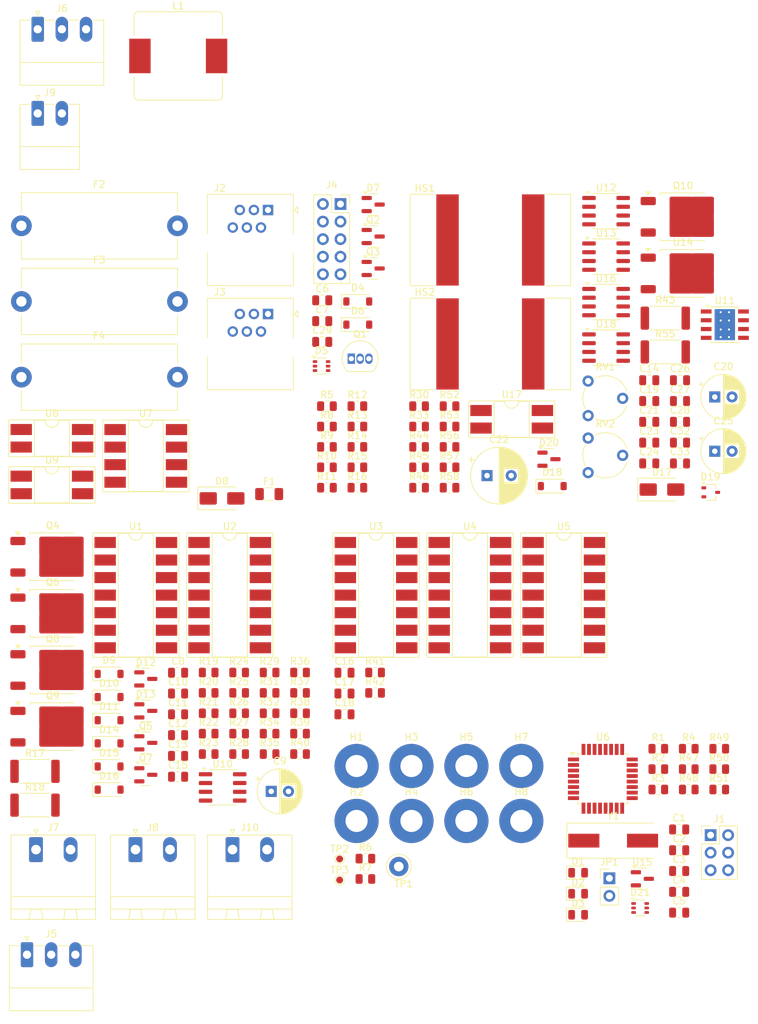
<source format=kicad_pcb>
(kicad_pcb (version 20240108) (generator "pcbnew") (generator_version "8.0")
  (layers (0 "F.Cu" signal) (31 "B.Cu" signal) (34 "B.Paste" user) (35 "F.Paste" user) (36 "B.SilkS" user "B.Silkscreen") (37 "F.SilkS" user "F.Silkscreen") (38 "B.Mask" user) (39 "F.Mask" user) (44 "Edge.Cuts" user))
  (net 0 "")
  (net 1 "GND")
  (net 2 "+5V")
  (net 3 "/Microcontroller/AREF")
  (net 4 "/Microcontroller/XTAL2")
  (net 5 "/Microcontroller/XTAL1")
  (net 6 "Net-(D7-A)")
  (net 7 "/VIN")
  (net 8 "/Bridge/V+")
  (net 9 "U1+")
  (net 10 "/J")
  (net 11 "U2+")
  (net 12 "/K")
  (net 13 "Net-(C12-Pad1)")
  (net 14 "Net-(Q5-B)")
  (net 15 "/Stabilization/STEPOUT")
  (net 16 "Net-(D20-A)")
  (net 17 "Net-(U11-BOOT)")
  (net 18 "/Stabilization/PH")
  (net 19 "Net-(D18-K)")
  (net 20 "Net-(U16-+)")
  (net 21 "Net-(D1-A)")
  (net 22 "Net-(D2-A)")
  (net 23 "Net-(D3-A)")
  (net 24 "/IO/D")
  (net 25 "Net-(D4-K)")
  (net 26 "SCL")
  (net 27 "SDA")
  (net 28 "/EXP-TO-B")
  (net 29 "Net-(J4-Pin_7)")
  (net 30 "/EXP-CONNECTED")
  (net 31 "Net-(D6-A)")
  (net 33 "Net-(D9-K)")
  (net 34 "Net-(D10-K)")
  (net 35 "Net-(D11-A)")
  (net 36 "Net-(D11-K)")
  (net 39 "Net-(D14-K)")
  (net 40 "Net-(D14-A)")
  (net 41 "/BRIDGE3")
  (net 42 "Net-(D15-A)")
  (net 43 "/BRIDGE4")
  (net 44 "Net-(D16-A)")
  (net 45 "Net-(D19-A)")
  (net 46 "/Microcontroller/STABIL-OVERHEAT")
  (net 49 "MISO")
  (net 51 "MOSI")
  (net 52 "RESET")
  (net 53 "SCK")
  (net 54 "Net-(J4-Pin_2)")
  (net 55 "Net-(J7-Pin_1)")
  (net 56 "Net-(J10-Pin_1)")
  (net 57 "Net-(J10-Pin_2)")
  (net 58 "Net-(Q10-S)")
  (net 59 "Net-(J1-VCC)")
  (net 61 "/IO/C")
  (net 70 "/IO/E")
  (net 71 "Net-(Q2-C)")
  (net 72 "Net-(Q2-B)")
  (net 73 "Net-(Q3-C)")
  (net 74 "Net-(Q3-B)")
  (net 75 "Net-(Q4-G)")
  (net 76 "Net-(Q5-E)")
  (net 77 "Net-(Q5-C)")
  (net 78 "Net-(Q6-G)")
  (net 79 "Net-(Q7-E)")
  (net 80 "Net-(Q7-C)")
  (net 81 "Net-(Q8-G)")
  (net 82 "Net-(Q9-G)")
  (net 83 "Net-(Q10-G)")
  (net 84 "/Microcontroller/LED-RED")
  (net 85 "/Microcontroller/LED-GREEN")
  (net 86 "/Microcontroller/LED-YEL")
  (net 87 "/L-DCC")
  (net 88 "/B-TO-EXP")
  (net 89 "Net-(R12-Pad1)")
  (net 90 "/L-SIGE")
  (net 91 "Net-(R15-Pad1)")
  (net 92 "/L-SIGMN")
  (net 93 "/BRIDGE1")
  (net 94 "/BRIDGE2")
  (net 95 "/Microcontroller/STEPDOWN-EN")
  (net 96 "Net-(R33-Pad1)")
  (net 97 "/BRIDGE-OVERHEAT")
  (net 98 "/EN1")
  (net 99 "/EN2")
  (net 100 "Net-(R44-Pad2)")
  (net 101 "/Microcontroller/5VREF")
  (net 102 "/Microcontroller/VINREF")
  (net 103 "Net-(U16--)")
  (net 104 "Net-(R53-Pad2)")
  (net 105 "Net-(R56-Pad2)")
  (net 106 "/Microcontroller/OVERLOAD")
  (net 107 "Net-(R58-Pad1)")
  (net 108 "/Stabilization/VSENSE")
  (net 109 "Net-(U1-Pad1)")
  (net 110 "Net-(U2-Pad1)")
  (net 111 "Net-(U3-Pad10)")
  (net 112 "/Logic/L-!DCC2")
  (net 113 "Net-(U3-Pad4)")
  (net 114 "/Logic/L-DCC1")
  (net 115 "/Logic/L-!DCC1")
  (net 116 "Net-(U5-Pad11)")
  (net 119 "/IO/M")
  (net 120 "/IO/N")
  (footprint "Connector_Phoenix_MSTB:PhoenixContact_MSTBA_2,5_2-G_1x02_P5.00mm_Horizontal" (layer "F.Cu") (at 157.306 149.86)
    (property "Reference" "J10" (at 2.5 -3.2 0) (layer "F.SilkS"))
    (property "Value" "ARK2500R-A-2P")
    (pad "1" thru_hole roundrect (at 0 0) (size 2 3.6) (drill 1.4) (layers "*.Cu" "*.Mask") (roundrect_rratio 0.125) (net 56 "Net-(J10-Pin_1)"))
    (pad "2" thru_hole oval (at 5 0) (size 2 3.6) (drill 1.4) (layers "*.Cu" "*.Mask") (net 57 "Net-(J10-Pin_2)"))
  )
  (footprint "Package_SO:SOIC-8_3.9x4.9mm_P1.27mm" (layer "F.Cu") (at 211.380759 64.042)
    (property "Reference" "U13" (at 0 -3.4 0) (layer "F.SilkS"))
    (property "Value" "INA219AxD")
    (pad "1" smd roundrect (at -2.475 -1.905) (size 1.95 0.6) (layers "F.Cu" "F.Paste" "F.Mask") (net 1 "GND"))
    (pad "2" smd roundrect (at -2.475 -0.635) (size 1.95 0.6) (layers "F.Cu" "F.Paste" "F.Mask") (net 1 "GND"))
    (pad "3" smd roundrect (at -2.475 0.635) (size 1.95 0.6) (layers "F.Cu" "F.Paste" "F.Mask") (net 27 "SDA"))
    (pad "4" smd roundrect (at -2.475 1.905) (size 1.95 0.6) (layers "F.Cu" "F.Paste" "F.Mask") (net 26 "SCL"))
    (pad "5" smd roundrect (at 2.475 1.905) (size 1.95 0.6) (layers "F.Cu" "F.Paste" "F.Mask") (net 2 "+5V"))
    (pad "6" smd roundrect (at 2.475 0.635) (size 1.95 0.6) (layers "F.Cu" "F.Paste" "F.Mask") (net 1 "GND"))
    (pad "7" smd roundrect (at 2.475 -0.635) (size 1.95 0.6) (layers "F.Cu" "F.Paste" "F.Mask") (net 58 "Net-(Q10-S)"))
    (pad "8" smd roundrect (at 2.475 -1.905) (size 1.95 0.6) (layers "F.Cu" "F.Paste" "F.Mask") (net 15 "/Stabilization/STEPOUT"))
  )
  (footprint "Resistor_SMD:R_0805_2012Metric" (layer "F.Cu") (at 227.760759 135.262)
    (property "Reference" "R49" (at 0 -1.65 0) (layer "F.SilkS"))
    (property "Value" "1k 1%")
    (pad "1" smd roundrect (at -0.9125 0) (size 1.025 1.4) (layers "F.Cu" "F.Paste" "F.Mask") (roundrect_rratio 0.243902) (net 1 "GND"))
    (pad "2" smd roundrect (at 0.9125 0) (size 1.025 1.4) (layers "F.Cu" "F.Paste" "F.Mask") (roundrect_rratio 0.243902) (net 101 "/Microcontroller/5VREF"))
  )
  (footprint "Connector_RJ:RJ25_Wayconn_MJEA-660X1_Horizontal" (layer "F.Cu") (at 162.440759 72.342)
    (property "Reference" "J3" (at -6.985 -3.175 0) (layer "F.SilkS"))
    (property "Value" "RJ12")
    (pad "" np_thru_hole circle (at -8.55 4.84) (size 2.3 2.3) (drill 2.3) (layers "*.Cu" "*.Mask"))
    (pad "" np_thru_hole circle (at 3.45 4.84) (size 2.3 2.3) (drill 2.3) (layers "*.Cu" "*.Mask"))
    (pad "1" thru_hole rect (at 0 0) (size 1.52 1.52) (drill 0.9) (layers "*.Cu" "*.Mask") (net 61 "/IO/C"))
    (pad "2" thru_hole circle (at -1.02 2.54) (size 1.52 1.52) (drill 0.9) (layers "*.Cu" "*.Mask"))
    (pad "3" thru_hole circle (at -2.04 0) (size 1.52 1.52) (drill 0.9) (layers "*.Cu" "*.Mask"))
    (pad "4" thru_hole circle (at -3.06 2.54) (size 1.52 1.52) (drill 0.9) (layers "*.Cu" "*.Mask"))
    (pad "5" thru_hole circle (at -4.08 0) (size 1.52 1.52) (drill 0.9) (layers "*.Cu" "*.Mask"))
    (pad "6" thru_hole circle (at -5.1 2.54) (size 1.52 1.52) (drill 0.9) (layers "*.Cu" "*.Mask") (net 24 "/IO/D"))
  )
  (footprint "Resistor_SMD:R_0805_2012Metric" (layer "F.Cu") (at 175.380759 97.482)
    (property "Reference" "R16" (at 0 -1.65 0) (layer "F.SilkS"))
    (property "Value" "2k2")
    (pad "1" smd roundrect (at -0.9125 0) (size 1.025 1.4) (layers "F.Cu" "F.Paste" "F.Mask") (roundrect_rratio 0.243902) (net 74 "Net-(Q3-B)"))
    (pad "2" smd roundrect (at 0.9125 0) (size 1.025 1.4) (layers "F.Cu" "F.Paste" "F.Mask") (roundrect_rratio 0.243902) (net 92 "/L-SIGMN"))
  )
  (footprint "Capacitor_SMD:C_0805_2012Metric" (layer "F.Cu") (at 222.080759 87.952)
    (property "Reference" "C28" (at 0 -1.68 0) (layer "F.SilkS"))
    (property "Value" "100n")
    (pad "1" smd roundrect (at -0.95 0) (size 1 1.45) (layers "F.Cu" "F.Paste" "F.Mask") (net 20 "Net-(U16-+)"))
    (pad "2" smd roundrect (at 0.95 0) (size 1 1.45) (layers "F.Cu" "F.Paste" "F.Mask") (net 16 "Net-(D20-A)"))
  )
  (footprint "Package_SO:TI_SO-PowerPAD-8_ThermalVias" (layer "F.Cu") (at 228.570759 73.887)
    (property "Reference" "U11" (at 0 -3.5 0) (layer "F.SilkS"))
    (property "Value" "TPS5430DDA")
    (pad "1" smd rect (at -2.7 -1.905) (size 1.55 0.6) (layers "F.Cu" "F.Paste" "F.Mask") (net 17 "Net-(U11-BOOT)"))
    (pad "2" smd rect (at -2.7 -0.635) (size 1.55 0.6) (layers "F.Cu" "F.Paste" "F.Mask"))
    (pad "3" smd rect (at -2.7 0.635) (size 1.55 0.6) (layers "F.Cu" "F.Paste" "F.Mask"))
    (pad "4" smd rect (at -2.7 1.905) (size 1.55 0.6) (layers "F.Cu" "F.Paste" "F.Mask") (net 108 "/Stabilization/VSENSE"))
    (pad "5" smd rect (at 2.7 1.905) (size 1.55 0.6) (layers "F.Cu" "F.Paste" "F.Mask") (net 45 "Net-(D19-A)"))
    (pad "6" smd rect (at 2.7 0.635) (size 1.55 0.6) (layers "F.Cu" "F.Paste" "F.Mask") (net 1 "GND"))
    (pad "7" smd rect (at 2.7 -0.635) (size 1.55 0.6) (layers "F.Cu" "F.Paste" "F.Mask") (net 7 "/VIN"))
    (pad "8" smd rect (at 2.7 -1.905) (size 1.55 0.6) (layers "F.Cu" "F.Paste" "F.Mask") (net 18 "/Stabilization/PH"))
    (pad "9" thru_hole circle (at -0.6 -1.8) (size 0.6 0.6) (drill 0.3) (layers "*.Cu") (net 1 "GND"))
    (pad "9" thru_hole circle (at -0.6 -0.6) (size 0.6 0.6) (drill 0.3) (layers "*.Cu") (net 1 "GND"))
    (pad "9" thru_hole circle (at -0.6 0.7) (size 0.6 0.6) (drill 0.3) (layers "*.Cu") (net 1 "GND"))
    (pad "9" thru_hole circle (at -0.6 1.8) (size 0.6 0.6) (drill 0.3) (layers "*.Cu") (net 1 "GND"))
    (pad "9" smd rect (at 0 0) (size 2.6 3.1) (layers "F.Cu" "F.Paste" "F.Mask") (net 1 "GND"))
    (pad "9" smd rect (at 0 0) (size 2.95 4.5) (layers "F.Cu") (net 1 "GND"))
    (pad "9" smd rect (at 0 0) (size 2.95 4.5) (layers "B.Cu") (net 1 "GND"))
    (pad "9" thru_hole circle (at 0.6 -1.8) (size 0.6 0.6) (drill 0.3) (layers "*.Cu") (net 1 "GND"))
    (pad "9" thru_hole circle (at 0.6 -0.6) (size 0.6 0.6) (drill 0.3) (layers "*.Cu") (net 1 "GND"))
    (pad "9" thru_hole circle (at 0.6 0.7) (size 0.6 0.6) (drill 0.3) (layers "*.Cu") (net 1 "GND"))
    (pad "9" thru_hole circle (at 0.6 1.8) (size 0.6 0.6) (drill 0.3) (layers "*.Cu") (net 1 "GND"))
  )
  (footprint "Capacitor_SMD:C_0805_2012Metric" (layer "F.Cu") (at 222.080759 84.942)
    (property "Reference" "C27" (at 0 -1.68 0) (layer "F.SilkS"))
    (property "Value" "47u/6.3V")
    (pad "1" smd roundrect (at -0.95 0) (size 1 1.45) (layers "F.Cu" "F.Paste" "F.Mask") (net 2 "+5V"))
    (pad "2" smd roundrect (at 0.95 0) (size 1 1.45) (layers "F.Cu" "F.Paste" "F.Mask") (net 1 "GND"))
  )
  (footprint "Resistor_SMD:R_0805_2012Metric" (layer "F.Cu") (at 158.260759 130.132)
    (property "Reference" "R26" (at 0 -1.65 0) (layer "F.SilkS"))
    (property "Value" "180R")
    (pad "1" smd roundrect (at -0.9125 0) (size 1.025 1.4) (layers "F.Cu" "F.Paste" "F.Mask") (roundrect_rratio 0.243902) (net 40 "Net-(D14-A)"))
    (pad "2" smd roundrect (at 0.9125 0) (size 1.025 1.4) (layers "F.Cu" "F.Paste" "F.Mask") (roundrect_rratio 0.243902) (net 78 "Net-(Q6-G)"))
  )
  (footprint "Capacitor_SMD:C_0805_2012Metric" (layer "F.Cu") (at 222.080759 90.962)
    (property "Reference" "C32" (at 0 -1.68 0) (layer "F.SilkS"))
    (property "Value" "100n")
    (pad "1" smd roundrect (at -0.95 0) (size 1 1.45) (layers "F.Cu" "F.Paste" "F.Mask") (net 15 "/Stabilization/STEPOUT"))
    (pad "2" smd roundrect (at 0.95 0) (size 1 1.45) (layers "F.Cu" "F.Paste" "F.Mask") (net 1 "GND"))
  )
  (footprint "Resistor_SMD:R_0805_2012Metric" (layer "F.Cu") (at 218.940759 141.162)
    (property "Reference" "R3" (at 0 -1.65 0) (layer "F.SilkS"))
    (property "Value" "1k")
    (pad "1" smd roundrect (at -0.9125 0) (size 1.025 1.4) (layers "F.Cu" "F.Paste" "F.Mask") (roundrect_rratio 0.243902) (net 86 "/Microcontroller/LED-YEL"))
    (pad "2" smd roundrect (at 0.9125 0) (size 1.025 1.4) (layers "F.Cu" "F.Paste" "F.Mask") (roundrect_rratio 0.243902) (net 23 "Net-(D3-A)"))
  )
  (footprint "Capacitor_SMD:C_0805_2012Metric" (layer "F.Cu") (at 170.290759 70.362)
    (property "Reference" "C6" (at 0 -1.68 0) (layer "F.SilkS"))
    (property "Value" "100n")
    (pad "1" smd roundrect (at -0.95 0) (size 1 1.45) (layers "F.Cu" "F.Paste" "F.Mask") (net 1 "GND"))
    (pad "2" smd roundrect (at 0.95 0) (size 1 1.45) (layers "F.Cu" "F.Paste" "F.Mask") (net 6 "Net-(D7-A)"))
  )
  (footprint "Capacitor_SMD:C_0805_2012Metric" (layer "F.Cu") (at 221.960759 149.952)
    (property "Reference" "C2" (at 0 -1.68 0) (layer "F.SilkS"))
    (property "Value" "100n")
    (pad "1" smd roundrect (at -0.95 0) (size 1 1.45) (layers "F.Cu" "F.Paste" "F.Mask") (net 2 "+5V"))
    (pad "2" smd roundrect (at 0.95 0) (size 1 1.45) (layers "F.Cu" "F.Paste" "F.Mask") (net 1 "GND"))
  )
  (footprint "MountingHole:MountingHole_3.2mm_M3_Pad" (layer "F.Cu") (at 175.260759 137.762)
    (property "Reference" "H1" (at 0 -4.2 0) (layer "F.SilkS"))
    (property "Value" "~")
    (pad "1" thru_hole circle (at 0 0) (size 6.4 6.4) (drill 3.2) (layers "*.Cu" "*.Mask"))
  )
  (footprint "Package_TO_SOT_SMD:SOT-23" (layer "F.Cu") (at 177.660759 65.757)
    (property "Reference" "Q3" (at 0 -2.4 0) (layer "F.SilkS"))
    (property "Value" "BC847")
    (pad "1" smd roundrect (at -0.9375 -0.95) (size 1.475 0.6) (layers "F.Cu" "F.Paste" "F.Mask") (net 74 "Net-(Q3-B)"))
    (pad "2" smd roundrect (at -0.9375 0.95) (size 1.475 0.6) (layers "F.Cu" "F.Paste" "F.Mask") (net 1 "GND"))
    (pad "3" smd roundrect (at 0.9375 0) (size 1.475 0.6) (layers "F.Cu" "F.Paste" "F.Mask") (net 73 "Net-(Q3-C)"))
  )
  (footprint "Resistor_SMD:R_0805_2012Metric" (layer "F.Cu") (at 170.970759 94.532)
    (property "Reference" "R10" (at 0 -1.65 0) (layer "F.SilkS"))
    (property "Value" "2k2")
    (pad "1" smd roundrect (at -0.9125 0) (size 1.025 1.4) (layers "F.Cu" "F.Paste" "F.Mask") (roundrect_rratio 0.243902) (net 25 "Net-(D4-K)"))
    (pad "2" smd roundrect (at 0.9125 0) (size 1.025 1.4) (layers "F.Cu" "F.Paste" "F.Mask") (roundrect_rratio 0.243902) (net 61 "/IO/C"))
  )
  (footprint "Package_TO_SOT_SMD:SOT-363_SC-70-6" (layer "F.Cu") (at 216.310759 158.307)
    (property "Reference" "D21" (at 0 -2.25 0) (layer "F.SilkS"))
    (property "Value" "SMF05")
    (pad "1" smd roundrect (at -0.95 -0.65) (size 0.65 0.4) (layers "F.Cu" "F.Paste" "F.Mask") (net 52 "RESET"))
    (pad "2" smd roundrect (at -0.95 0) (size 0.65 0.4) (layers "F.Cu" "F.Paste" "F.Mask") (net 1 "GND"))
    (pad "3" smd roundrect (at -0.95 0.65) (size 0.65 0.4) (layers "F.Cu" "F.Paste" "F.Mask") (net 53 "SCK"))
    (pad "4" smd roundrect (at 0.95 0.65) (size 0.65 0.4) (layers "F.Cu" "F.Paste" "F.Mask") (net 51 "MOSI"))
    (pad "5" smd roundrect (at 0.95 0) (size 0.65 0.4) (layers "F.Cu" "F.Paste" "F.Mask") (net 49 "MISO"))
    (pad "6" smd roundrect (at 0.95 -0.65) (size 0.65 0.4) (layers "F.Cu" "F.Paste" "F.Mask"))
  )
  (footprint "Crystal:Crystal_SMD_HC49-SD" (layer "F.Cu") (at 212.410759 148.562)
    (property "Reference" "Y1" (at 0 -3.55 0) (layer "F.SilkS"))
    (property "Value" "14.7456 MHz")
    (pad "1" smd rect (at -4.25 0) (size 4.5 2) (layers "F.Cu" "F.Paste" "F.Mask") (net 5 "/Microcontroller/XTAL1"))
    (pad "2" smd rect (at 4.25 0) (size 4.5 2) (layers "F.Cu" "F.Paste" "F.Mask") (net 4 "/Microcontroller/XTAL2"))
  )
  (footprint "Diode_SMD:D_SOD-123" (layer "F.Cu") (at 139.435759 124.432)
    (property "Reference" "D9" (at 0 -2 0) (layer "F.SilkS"))
    (property "Value" "1N5819")
    (pad "1" smd roundrect (at -1.65 0) (size 0.9 1.2) (layers "F.Cu" "F.Paste" "F.Mask") (net 33 "Net-(D9-K)"))
    (pad "2" smd roundrect (at 1.65 0) (size 0.9 1.2) (layers "F.Cu" "F.Paste" "F.Mask") (net 8 "/Bridge/V+"))
  )
  (footprint "Package_DIP:DIP-14_W8.89mm_SMDSocket_LongPads" (layer "F.Cu") (at 178.080759 113.032)
    (property "Reference" "U3" (at 0 -9.95 0) (layer "F.SilkS"))
    (property "Value" "74HC02")
    (pad "1" smd rect (at -4.445 -7.62) (size 3.1 1.6) (layers "F.Cu" "F.Paste" "F.Mask") (net 41 "/BRIDGE3"))
    (pad "2" smd rect (at -4.445 -5.08) (size 3.1 1.6) (layers "F.Cu" "F.Paste" "F.Mask") (net 111 "Net-(U3-Pad10)"))
    (pad "3" smd rect (at -4.445 -2.54) (size 3.1 1.6) (layers "F.Cu" "F.Paste" "F.Mask") (net 98 "/EN1"))
    (pad "4" smd rect (at -4.445 0) (size 3.1 1.6) (layers "F.Cu" "F.Paste" "F.Mask") (net 113 "Net-(U3-Pad4)"))
    (pad "5" smd rect (at -4.445 2.54) (size 3.1 1.6) (layers "F.Cu" "F.Paste" "F.Mask") (net 98 "/EN1"))
    (pad "6" smd rect (at -4.445 5.08) (size 3.1 1.6) (layers "F.Cu" "F.Paste" "F.Mask") (net 99 "/EN2"))
    (pad "7" smd rect (at -4.445 7.62) (size 3.1 1.6) (layers "F.Cu" "F.Paste" "F.Mask") (net 1 "GND"))
    (pad "8" smd rect (at 4.445 7.62) (size 3.1 1.6) (layers "F.Cu" "F.Paste" "F.Mask") (net 112 "/Logic/L-!DCC2"))
    (pad "9" smd rect (at 4.445 5.08) (size 3.1 1.6) (layers "F.Cu" "F.Paste" "F.Mask") (net 99 "/EN2"))
    (pad "10" smd rect (at 4.445 2.54) (size 3.1 1.6) (layers "F.Cu" "F.Paste" "F.Mask") (net 111 "Net-(U3-Pad10)"))
    (pad "11" smd rect (at 4.445 0) (size 3.1 1.6) (layers "F.Cu" "F.Paste" "F.Mask") (net 98 "/EN1"))
    (pad "12" smd rect (at 4.445 -2.54) (size 3.1 1.6) (layers "F.Cu" "F.Paste" "F.Mask") (net 111 "Net-(U3-Pad10)"))
    (pad "13" smd rect (at 4.445 -5.08) (size 3.1 1.6) (layers "F.Cu" "F.Paste" "F.Mask") (net 41 "/BRIDGE3"))
    (pad "14" smd rect (at 4.445 -7.62) (size 3.1 1.6) (layers "F.Cu" "F.Paste" "F.Mask") (net 2 "+5V"))
  )
  (footprint "Package_TO_SOT_SMD:SOT-363_SC-70-6" (layer "F.Cu") (at 170.190759 79.887)
    (property "Reference" "D5" (at 0 -2.25 0) (layer "F.SilkS"))
    (property "Value" "SMF05")
    (pad "1" smd roundrect (at -0.95 -0.65) (size 0.65 0.4) (layers "F.Cu" "F.Paste" "F.Mask") (net 29 "Net-(J4-Pin_7)"))
    (pad "2" smd roundrect (at -0.95 0) (size 0.65 0.4) (layers "F.Cu" "F.Paste" "F.Mask") (net 1 "GND"))
    (pad "3" smd roundrect (at -0.95 0.65) (size 0.65 0.4) (layers "F.Cu" "F.Paste" "F.Mask") (net 28 "/EXP-TO-B"))
    (pad "4" smd roundrect (at 0.95 0.65) (size 0.65 0.4) (layers "F.Cu" "F.Paste" "F.Mask") (net 26 "SCL"))
    (pad "5" smd roundrect (at 0.95 0) (size 0.65 0.4) (layers "F.Cu" "F.Paste" "F.Mask") (net 27 "SDA"))
    (pad "6" smd roundrect (at 0.95 -0.65) (size 0.65 0.4) (layers "F.Cu" "F.Paste" "F.Mask") (net 30 "/EXP-CONNECTED"))
  )
  (footprint "Resistor_SMD:R_0805_2012Metric" (layer "F.Cu") (at 170.970759 88.632)
    (property "Reference" "R8" (at 0 -1.65 0) (layer "F.SilkS"))
    (property "Value" "10k")
    (pad "1" smd roundrect (at -0.9125 0) (size 1.025 1.4) (layers "F.Cu" "F.Paste" "F.Mask") (roundrect_rratio 0.243902) (net 2 "+5V"))
    (pad "2" smd roundrect (at 0.9125 0) (size 1.025 1.4) (layers "F.Cu" "F.Paste" "F.Mask") (roundrect_rratio 0.243902) (net 30 "/EXP-CONNECTED"))
  )
  (footprint "Package_TO_SOT_SMD:TO-252-2" (layer "F.Cu") (at 131.280759 132.062)
    (property "Reference" "Q9" (at 0 -4.5 0) (layer "F.SilkS"))
    (property "Value" "IRFR4105")
    (pad "1" smd roundrect (at -5.04 -2.28) (size 2.2 1.2) (layers "F.Cu" "F.Paste" "F.Mask") (roundrect_rratio 0.208333) (net 82 "Net-(Q9-G)"))
    (pad "2" smd roundrect (at -0.415 -1.525) (size 3.05 2.75) (layers "F.Cu" "F.Paste") (roundrect_rratio 0.090909) (net 12 "/K"))
    (pad "2" smd roundrect (at -0.415 1.525) (size 3.05 2.75) (layers "F.Cu" "F.Paste") (roundrect_rratio 0.090909) (net 12 "/K"))
    (pad "2" smd roundrect (at 1.26 0) (size 6.4 5.8) (layers "F.Cu" "F.Mask") (roundrect_rratio 0.043103) (net 12 "/K"))
    (pad "2" smd roundrect (at 2.935 -1.525) (size 3.05 2.75) (layers "F.Cu" "F.Paste") (roundrect_rratio 0.090909) (net 12 "/K"))
    (pad "2" smd roundrect (at 2.935 1.525) (size 3.05 2.75) (layers "F.Cu" "F.Paste") (roundrect_rratio 0.090909) (net 12 "/K"))
    (pad "3" smd roundrect (at -5.04 2.28) (size 2.2 1.2) (layers "F.Cu" "F.Paste" "F.Mask") (roundrect_rratio 0.208333) (net 1 "GND"))
  )
  (footprint "Package_DIP:DIP-4_W8.89mm_SMDSocket_LongPads" (layer "F.Cu") (at 197.720759 87.582)
    (property "Reference" "U17" (at 0 -3.6 0) (layer "F.SilkS"))
    (property "Value" "PC817")
    (pad "1" smd rect (at -4.445 -1.27) (size 3.1 1.6) (layers "F.Cu" "F.Paste" "F.Mask") (net 105 "Net-(R56-Pad2)"))
    (pad "2" smd rect (at -4.445 1.27) (size 3.1 1.6) (layers "F.Cu" "F.Paste" "F.Mask") (net 16 "Net-(D20-A)"))
    (pad "3" smd rect (at 4.445 1.27) (size 3.1 1.6) (layers "F.Cu" "F.Paste" "F.Mask") (net 1 "GND"))
    (pad "4" smd rect (at 4.445 -1.27) (size 3.1 1.6) (layers "F.Cu" "F.Paste" "F.Mask") (net 106 "/Microcontroller/OVERLOAD"))
  )
  (footprint "Capacitor_SMD:C_0805_2012Metric" (layer "F.Cu") (at 222.080759 81.932)
    (property "Reference" "C26" (at 0 -1.68 0) (layer "F.SilkS"))
    (property "Value" "100n")
    (pad "1" smd roundrect (at -0.95 0) (size 1 1.45) (layers "F.Cu" "F.Paste" "F.Mask") (net 19 "Net-(D18-K)"))
    (pad "2" smd roundrect (at 0.95 0) (size 1 1.45) (layers "F.Cu" "F.Paste" "F.Mask") (net 1 "GND"))
  )
  (footprint "Resistor_SMD:R_2512_6332Metric" (layer "F.Cu") (at 128.710759 143.422)
    (property "Reference" "R18" (at 0 -2.62 0) (layer "F.SilkS"))
    (property "Value" "1k")
    (pad "1" smd roundrect (at -2.9625 0) (size 1.225 3.35) (layers "F.Cu" "F.Paste" "F.Mask") (roundrect_rratio 0.204082) (net 34 "Net-(D10-K)"))
    (pad "2" smd roundrect (at 2.9625 0) (size 1.225 3.35) (layers "F.Cu" "F.Paste" "F.Mask") (roundrect_rratio 0.204082) (net 11 "U2+"))
  )
  (footprint "Package_DIP:DIP-4_W8.89mm_SMDSocket_LongPads" (layer "F.Cu") (at 131.160759 90.332)
    (property "Reference" "U8" (at 0 -3.6 0) (layer "F.SilkS"))
    (property "Value" "PC817")
    (pad "1" smd rect (at -4.445 -1.27) (size 3.1 1.6) (layers "F.Cu" "F.Paste" "F.Mask") (net 2 "+5V"))
    (pad "2" smd rect (at -4.445 1.27) (size 3.1 1.6) (layers "F.Cu" "F.Paste" "F.Mask") (net 89 "Net-(R12-Pad1)"))
    (pad "3" smd rect (at 4.445 1.27) (size 3.1 1.6) (layers "F.Cu" "F.Paste" "F.Mask") (net 31 "Net-(D6-A)"))
    (pad "4" smd rect (at 4.445 -1.27) (size 3.1 1.6) (layers "F.Cu" "F.Paste" "F.Mask") (net 70 "/IO/E"))
  )
  (footprint "Potentiometer_THT:Potentiometer_Piher_PT-6-V_Vertical" (layer "F.Cu") (at 208.780759 95.302)
    (property "Reference" "RV2" (at 2.5 -7.06 0) (layer "F.SilkS"))
    (property "Value" "10k")
    (pad "1" thru_hole circle (at 0 0) (size 1.62 1.62) (drill 0.9) (layers "*.Cu" "*.Mask") (net 96 "Net-(R33-Pad1)"))
    (pad "2" thru_hole circle (at 5 -2.5) (size 1.62 1.62) (drill 0.9) (layers "*.Cu" "*.Mask") (net 20 "Net-(U16-+)"))
    (pad "3" thru_hole circle (at 0 -5) (size 1.62 1.62) (drill 0.9) (layers "*.Cu" "*.Mask") (net 104 "Net-(R53-Pad2)"))
  )
  (footprint "Fuse:Fuseholder_Cylinder-5x20mm_Stelvio-Kontek_PTF78_Horizontal_Open" (layer "F.Cu") (at 126.740759 81.482)
    (property "Reference" "F4" (at 11.25 -6 0) (layer "F.SilkS"))
    (property "Value" "3.15A")
    (pad "1" thru_hole circle (at 0 0) (size 3 3) (drill 1.5) (layers "*.Cu" "*.Mask") (net 57 "Net-(J10-Pin_2)"))
    (pad "2" thru_hole circle (at 22.6 0) (size 3 3) (drill 1.5) (layers "*.Cu" "*.Mask") (net 10 "/J"))
  )
  (footprint "Package_TO_SOT_SMD:TO-252-2" (layer "F.Cu") (at 222.520759 66.472)
    (property "Reference" "U14" (at 0 -4.5 0) (layer "F.SilkS"))
    (property "Value" "LM78M05_TO252")
    (pad "1" smd roundrect (at -5.04 -2.28) (size 2.2 1.2) (layers "F.Cu" "F.Paste" "F.Mask") (roundrect_rratio 0.208333) (net 19 "Net-(D18-K)"))
    (pad "2" smd roundrect (at -0.415 -1.525) (size 3.05 2.75) (layers "F.Cu" "F.Paste") (roundrect_rratio 0.090909) (net 1 "GND"))
    (pad "2" smd roundrect (at -0.415 1.525) (size 3.05 2.75) (layers "F.Cu" "F.Paste") (roundrect_rratio 0.090909) (net 1 "GND"))
    (pad "2" smd roundrect (at 1.26 0) (size 6.4 5.8) (layers "F.Cu" "F.Mask") (roundrect_rratio 0.043103) (net 1 "GND"))
    (pad "2" smd roundrect (at 2.935 -1.525) (size 3.05 2.75) (layers "F.Cu" "F.Paste") (roundrect_rratio 0.090909) (net 1 "GND"))
    (pad "2" smd roundrect (at 2.935 1.525) (size 3.05 2.75) (layers "F.Cu" "F.Paste") (roundrect_rratio 0.090909) (net 1 "GND"))
    (pad "3" smd roundrect (at -5.04 2.28) (size 2.2 1.2) (layers "F.Cu" "F.Paste" "F.Mask") (roundrect_rratio 0.208333) (net 2 "+5V"))
  )
  (footprint "Package_TO_SOT_SMD:SOT-23" (layer "F.Cu") (at 144.750759 139.032)
    (property "Reference" "Q7" (at 0 -2.4 0) (layer "F.SilkS"))
    (property "Value" "BC817")
    (pad "1" smd roundrect (at -0.9375 -0.95) (size 1.475 0.6) (layers "F.Cu" "F.Paste" "F.Mask") (net 14 "Net-(Q5-B)"))
    (pad "2" smd roundrect (at -0.9375 0.95) (size 1.475 0.6) (layers "F.Cu" "F.Paste" "F.Mask") (net 79 "Net-(Q7-E)"))
    (pad "3" smd roundrect (at 0.9375 0) (size 1.475 0.6) (layers "F.Cu" "F.Paste" "F.Mask") (net 80 "Net-(Q7-C)"))
  )
  (footprint "Capacitor_SMD:C_0805_2012Metric" (layer "F.Cu") (at 149.420759 130.282)
    (property "Reference" "C11" (at 0 -1.68 0) (layer "F.SilkS"))
    (property "Value" "10u")
    (pad "1" smd roundrect (at -0.95 0) (size 1 1.45) (layers "F.Cu" "F.Paste" "F.Mask") (net 12 "/K"))
    (pad "2" smd roundrect (at 0.95 0) (size 1 1.45) (layers "F.Cu" "F.Paste" "F.Mask") (net 11 "U2+"))
  )
  (footprint "Package_SO:SOIC-8_3.9x4.9mm_P1.27mm" (layer "F.Cu") (at 211.380759 57.462)
    (property "Reference" "U12" (at 0 -3.4 0) (layer "F.SilkS"))
    (property "Value" "LM75B")
    (pad "1" smd roundrect (at -2.475 -1.905) (size 1.95 0.6) (layers "F.Cu" "F.Paste" "F.Mask") (net 27 "SDA"))
    (pad "2" smd roundrect (at -2.475 -0.635) (size 1.95 0.6) (layers "F.Cu" "F.Paste" "F.Mask") (net 26 "SCL"))
    (pad "3" smd roundrect (at -2.475 0.635) (size 1.95 0.6) (layers "F.Cu" "F.Paste" "F.Mask") (net 46 "/Microcontroller/STABIL-OVERHEAT"))
    (pad "4" smd roundrect (at -2.475 1.905) (size 1.95 0.6) (layers "F.Cu" "F.Paste" "F.Mask") (net 1 "GND"))
    (pad "5" smd roundrect (at 2.475 1.905) (size 1.95 0.6) (layers "F.Cu" "F.Paste" "F.Mask") (net 1 "GND"))
    (pad "6" smd roundrect (at 2.475 0.635) (size 1.95 0.6) (layers "F.Cu" "F.Paste" "F.Mask") (net 1 "GND"))
    (pad "7" smd roundrect (at 2.475 -0.635) (size 1.95 0.6) (layers "F.Cu" "F.Paste" "F.Mask") (net 1 "GND"))
    (pad "8" smd roundrect (at 2.475 -1.905) (size 1.95 0.6) (layers "F.Cu" "F.Paste" "F.Mask") (net 2 "+5V"))
  )
  (footprint "Resistor_SMD:R_0805_2012Metric" (layer "F.Cu") (at 175.380759 88.632)
    (property "Reference" "R13" (at 0 -1.65 0) (layer "F.SilkS"))
    (property "Value" "2k2")
    (pad "1" smd roundrect (at -0.9125 0) (size 1.025 1.4) (layers "F.Cu" "F.Paste" "F.Mask") (roundrect_rratio 0.243902) (net 72 "Net-(Q2-B)"))
    (pad "2" smd roundrect (at 0.9125 0) (size 1.025 1.4) (layers "F.Cu" "F.Paste" "F.Mask") (roundrect_rratio 0.243902) (net 90 "/L-SIGE"))
  )
  (footprint "Connector_RJ:RJ25_Wayconn_MJEA-660X1_Horizontal" (layer "F.Cu") (at 162.440759 57.292)
    (property "Reference" "J2" (at -6.985 -3.175 0) (layer "F.SilkS"))
    (property "Value" "RJ12")
    (pad "" np_thru_hole circle (at -8.55 4.84) (size 2.3 2.3) (drill 2.3) (layers "*.Cu" "*.Mask"))
    (pad "" np_thru_hole circle (at 3.45 4.84) (size 2.3 2.3) (drill 2.3) (layers "*.Cu" "*.Mask"))
    (pad "1" thru_hole rect (at 0 0) (size 1.52 1.52) (drill 0.9) (layers "*.Cu" "*.Mask") (net 61 "/IO/C"))
    (pad "2" thru_hole circle (at -1.02 2.54) (size 1.52 1.52) (drill 0.9) (layers "*.Cu" "*.Mask"))
    (pad "3" thru_hole circle (at -2.04 0) (size 1.52 1.52) (drill 0.9) (layers "*.Cu" "*.Mask"))
    (pad "4" thru_hole circle (at -3.06 2.54) (size 1.52 1.52) (drill 0.9) (layers "*.Cu" "*.Mask"))
    (pad "5" thru_hole circle (at -4.08 0) (size 1.52 1.52) (drill 0.9) (layers "*.Cu" "*.Mask"))
    (pad "6" thru_hole circle (at -5.1 2.54) (size 1.52 1.52) (drill 0.9) (layers "*.Cu" "*.Mask") (net 24 "/IO/D"))
  )
  (footprint "Package_TO_SOT_SMD:SOT-323_SC-70" (layer "F.Cu") (at 226.530759 98.157)
    (property "Reference" "D19" (at -0.05 -2.25 0) (layer "F.SilkS"))
    (property "Value" "BAT54W")
    (pad "1" smd roundrect (at -1 -0.65 270) (size 0.45 0.7) (layers "F.Cu" "F.Paste" "F.Mask") (net 45 "Net-(D19-A)"))
    (pad "2" smd roundrect (at -1 0.65 270) (size 0.45 0.7) (layers "F.Cu" "F.Paste" "F.Mask"))
    (pad "3" smd roundrect (at 1 0 270) (size 0.45 0.7) (layers "F.Cu" "F.Paste" "F.Mask") (net 46 "/Microcontroller/STABIL-OVERHEAT"))
  )
  (footprint "Resistor_SMD:R_0805_2012Metric" (layer "F.Cu") (at 158.260759 133.082)
    (property "Reference" "R27" (at 0 -1.65 0) (layer "F.SilkS"))
    (property "Value" "100k")
    (pad "1" smd roundrect (at -0.9125 0) (size 1.025 1.4) (layers "F.Cu" "F.Paste" "F.Mask") (roundrect_rratio 0.243902) (net 78 "Net-(Q6-G)"))
    (pad "2" smd roundrect (at 0.9125 0) (size 1.025 1.4) (layers "F.Cu" "F.Paste" "F.Mask") (roundrect_rratio 0.243902) (net 12 "/K"))
  )
  (footprint "Package_DIP:DIP-14_W8.89mm_SMDSocket_LongPads" (layer "F.Cu") (at 191.670759 113.032)
    (property "Reference" "U4" (at 0 -9.95 0) (layer "F.SilkS"))
    (property "Value" "74HC08")
    (pad "1" smd rect (at -4.445 -7.62) (size 3.1 1.6) (layers "F.Cu" "F.Paste" "F.Mask") (net 2 "+5V"))
    (pad "2" smd rect (at -4.445 -5.08) (size 3.1 1.6) (layers "F.Cu" "F.Paste" "F.Mask") (net 87 "/L-DCC"))
    (pad "3" smd rect (at -4.445 -2.54) (size 3.1 1.6) (layers "F.Cu" "F.Paste" "F.Mask") (net 115 "/Logic/L-!DCC1"))
    (pad "4" smd rect (at -4.445 0) (size 3.1 1.6) (layers "F.Cu" "F.Paste" "F.Mask") (net 114 "/Logic/L-DCC1"))
    (pad "5" smd rect (at -4.445 2.54) (size 3.1 1.6) (layers "F.Cu" "F.Paste" "F.Mask") (net 113 "Net-(U3-Pad4)"))
    (pad "6" smd rect (at -4.445 5.08) (size 3.1 1.6) (layers "F.Cu" "F.Paste" "F.Mask") (net 93 "/BRIDGE1"))
    (pad "7" smd rect (at -4.445 7.62) (size 3.1 1.6) (layers "F.Cu" "F.Paste" "F.Mask") (net 1 "GND"))
    (pad "8" smd rect (at 4.445 7.62) (size 3.1 1.6) (layers "F.Cu" "F.Paste" "F.Mask") (net 94 "/BRIDGE2"))
    (pad "9" smd rect (at 4.445 5.08) (size 3.1 1.6) (layers "F.Cu" "F.Paste" "F.Mask") (net 112 "/Logic/L-!DCC2"))
    (pad "10" smd rect (at 4.445 2.54) (size 3.1 1.6) (layers "F.Cu" "F.Paste" "F.Mask") (net 113 "Net-(U3-Pad4)"))
    (pad "11" smd rect (at 4.445 0) (size 3.1 1.6) (layers "F.Cu" "F.Paste" "F.Mask") (net 112 "/Logic/L-!DCC2"))
    (pad "12" smd rect (at 4.445 -2.54) (size 3.1 1.6) (layers "F.Cu" "F.Paste" "F.Mask") (net 2 "+5V"))
    (pad "13" smd rect (at 4.445 -5.08) (size 3.1 1.6) (layers "F.Cu" "F.Paste" "F.Mask") (net 115 "/Logic/L-!DCC1"))
    (pad "14" smd rect (at 4.445 -7.62) (size 3.1 1.6) (layers "F.Cu" "F.Paste" "F.Mask") (net 2 "+5V"))
  )
  (footprint "Resistor_SMD:R_0805_2012Metric" (layer "F.Cu") (at 162.670759 136.032)
    (property "Reference" "R35" (at 0 -1.65 0) (layer "F.SilkS"))
    (property "Value" "820R")
    (pad "1" smd roundrect (at -0.9125 0) (size 1.025 1.4) (layers "F.Cu" "F.Paste" "F.Mask") (roundrect_rratio 0.243902) (net 81 "Net-(Q8-G)"))
    (pad "2" smd roundrect (at 0.9125 0) (size 1.025 1.4) (layers "F.Cu" "F.Paste" "F.Mask") (roundrect_rratio 0.243902) (net 41 "/BRIDGE3"))
  )
  (footprint "Capacitor_SMD:C_0805_2012Metric" (layer "F.Cu") (at 149.420759 127.272)
    (property "Reference" "C10" (at 0 -1.68 0) (layer "F.SilkS"))
    (property "Value" "10u")
    (pad "1" smd roundrect (at -0.95 0) (size 1 1.45) (layers "F.Cu" "F.Paste" "F.Mask") (net 10 "/J"))
    (pad "2" smd roundrect (at 0.95 0) (size 1 1.45) (layers "F.Cu" "F.Paste" "F.Mask") (net 9 "U1+"))
  )
  (footprint "TestPoint:TestPoint_Pad_D1.0mm" (layer "F.Cu") (at 172.810759 154.262)
    (property "Reference" "TP3" (at 0 -1.448 0) (layer "F.SilkS"))
    (property "Value" "TestPoint")
    (pad "1" smd circle (at 0 0) (size 1 1) (layers "F.Cu" "F.Mask") (net 26 "SCL"))
  )
  (footprint "Diode_SMD:D_SMA" (layer "F.Cu") (at 155.785759 99.032)
    (property "Reference" "D8" (at 0 -2.5 0) (layer "F.SilkS"))
    (property "Value" "SS54")
    (pad "1" smd roundrect (at -2 0) (size 2.5 1.8) (layers "F.Cu" "F.Paste" "F.Mask") (roundrect_rratio 0.1388888889) (net 7 "/VIN"))
    (pad "2" smd roundrect (at 2 0) (size 2.5 1.8) (layers "F.Cu" "F.Paste" "F.Mask") (roundrect_rratio 0.1388888889) (net 1 "GND"))
  )
  (footprint "Package_TO_SOT_SMD:SOT-23" (layer "F.Cu") (at 144.750759 129.782)
    (property "Reference" "D13" (at 0 -2.4 0) (layer "F.SilkS"))
    (property "Value" "5V1")
    (pad "1" smd roundrect (at -0.9375 -0.95) (size 1.475 0.6) (layers "F.Cu" "F.Paste" "F.Mask") (net 12 "/K"))
    (pad "2" smd roundrect (at -0.9375 0.95) (size 1.475 0.6) (layers "F.Cu" "F.Paste" "F.Mask"))
    (pad "3" smd roundrect (at 0.9375 0) (size 1.475 0.6) (layers "F.Cu" "F.Paste" "F.Mask") (net 11 "U2+"))
  )
  (footprint "Capacitor_SMD:C_0805_2012Metric" (layer "F.Cu") (at 221.960759 152.962)
    (property "Reference" "C3" (at 0 -1.68 0) (layer "F.SilkS"))
    (property "Value" "100n")
    (pad "1" smd roundrect (at -0.95 0) (size 1 1.45) (layers "F.Cu" "F.Paste" "F.Mask") (net 1 "GND"))
    (pad "2" smd roundrect (at 0.95 0) (size 1 1.45) (layers "F.Cu" "F.Paste" "F.Mask") (net 3 "/Microcontroller/AREF"))
  )
  (footprint "Package_TO_SOT_SMD:TO-252-2" (layer "F.Cu") (at 131.280759 107.477)
    (property "Reference" "Q4" (at 0 -4.5 0) (layer "F.SilkS"))
    (property "Value" "IRFR4105")
    (pad "1" smd roundrect (at -5.04 -2.28) (size 2.2 1.2) (layers "F.Cu" "F.Paste" "F.Mask") (roundrect_rratio 0.208333) (net 75 "Net-(Q4-G)"))
    (pad "2" smd roundrect (at -0.415 -1.525) (size 3.05 2.75) (layers "F.Cu" "F.Paste") (roundrect_rratio 0.090909) (net 8 "/Bridge/V+"))
    (pad "2" smd roundrect (at -0.415 1.525) (size 3.05 2.75) (layers "F.Cu" "F.Paste") (roundrect_rratio 0.090909) (net 8 "/Bridge/V+"))
    (pad "2" smd roundrect (at 1.26 0) (size 6.4 5.8) (layers "F.Cu" "F.Mask") (roundrect_rratio 0.043103) (net 8 "/Bridge/V+"))
    (pad "2" smd roundrect (at 2.935 -1.525) (size 3.05 2.75) (layers "F.Cu" "F.Paste") (roundrect_rratio 0.090909) (net 8 "/Bridge/V+"))
    (pad "2" smd roundrect (at 2.935 1.525) (size 3.05 2.75) (layers "F.Cu" "F.Paste") (roundrect_rratio 0.090909) (net 8 "/Bridge/V+"))
    (pad "3" smd roundrect (at -5.04 2.28) (size 2.2 1.2) (layers "F.Cu" "F.Paste" "F.Mask") (roundrect_rratio 0.208333) (net 10 "/J"))
  )
  (footprint "Diode_SMD:D_SOD-123" (layer "F.Cu") (at 139.435759 127.782)
    (property "Reference" "D10" (at 0 -2 0) (layer "F.SilkS"))
    (property "Value" "1N5819")
    (pad "1" smd roundrect (at -1.65 0) (size 0.9 1.2) (layers "F.Cu" "F.Paste" "F.Mask") (net 34 "Net-(D10-K)"))
    (pad "2" smd roundrect (at 1.65 0) (size 0.9 1.2) (layers "F.Cu" "F.Paste" "F.Mask") (net 8 "/Bridge/V+"))
  )
  (footprint "Resistor_SMD:R_0805_2012Metric" (layer "F.Cu") (at 167.080759 133.082)
    (property "Reference" "R39" (at 0 -1.65 0) (layer "F.SilkS"))
    (property "Value" "100k")
    (pad "1" smd roundrect (at -0.9125 0) (size 1.025 1.4) (layers "F.Cu" "F.Paste" "F.Mask") (roundrect_rratio 0.243902) (net 1 "GND"))
    (pad "2" smd roundrect (at 0.9125 0) (size 1.025 1.4) (layers "F.Cu" "F.Paste" "F.Mask") (roundrect_rratio 0.243902) (net 82 "Net-(Q9-G)"))
  )
  (footprint "Resistor_SMD:R_0805_2012Metric" (layer "F.Cu") (at 175.380759 94.532)
    (property "Reference" "R15" (at 0 -1.65 0) (layer "F.SilkS"))
    (property "Value" "330R")
    (pad "1" smd roundrect (at -0.9125 0) (size 1.025 1.4) (layers "F.Cu" "F.Paste" "F.Mask") (roundrect_rratio 0.243902) (net 91 "Net-(R15-Pad1)"))
    (pad "2" smd roundrect (at 0.9125 0) (size 1.025 1.4) (layers "F.Cu" "F.Paste" "F.Mask") (roundrect_rratio 0.243902) (net 73 "Net-(Q3-C)"))
  )
  (footprint "Resistor_SMD:R_0805_2012Metric" (layer "F.Cu") (at 227.760759 138.212)
    (property "Reference" "R50" (at 0 -1.65 0) (layer "F.SilkS"))
    (property "Value" "4k7 1%")
    (pad "1" smd roundrect (at -0.9125 0) (size 1.025 1.4) (layers "F.Cu" "F.Paste" "F.Mask") (roundrect_rratio 0.243902) (net 102 "/Microcontroller/VINREF"))
    (pad "2" smd roundrect (at 0.9125 0) (size 1.025 1.4) (layers "F.Cu" "F.Paste" "F.Mask") (roundrect_rratio 0.243902) (net 7 "/VIN"))
  )
  (footprint "Resistor_SMD:R_0805_2012Metric" (layer "F.Cu") (at 162.670759 133.082)
    (property "Reference" "R34" (at 0 -1.65 0) (layer "F.SilkS"))
    (property "Value" "180R")
    (pad "1" smd roundrect (at -0.9125 0) (size 1.025 1.4) (layers "F.Cu" "F.Paste" "F.Mask") (roundrect_rratio 0.243902) (net 81 "Net-(Q8-G)"))
    (pad "2" smd roundrect (at 0.9125 0) (size 1.025 1.4) (layers "F.Cu" "F.Paste" "F.Mask") (roundrect_rratio 0.243902) (net 42 "Net-(D15-A)"))
  )
  (footprint "Capacitor_SMD:C_0805_2012Metric" (layer "F.Cu") (at 173.510759 130.282)
    (property "Reference" "C18" (at 0 -1.68 0) (layer "F.SilkS"))
    (property "Value" "100n")
    (pad "1" smd roundrect (at -0.95 0) (size 1 1.45) (layers "F.Cu" "F.Paste" "F.Mask") (net 1 "GND"))
    (pad "2" smd roundrect (at 0.95 0) (size 1 1.45) (layers "F.Cu" "F.Paste" "F.Mask") (net 2 "+5V"))
  )
  (footprint "Capacitor_SMD:C_0805_2012Metric" (layer "F.Cu") (at 217.630759 84.942)
    (property "Reference" "C19" (at 0 -1.68 0) (layer "F.SilkS"))
    (property "Value" "10n")
    (pad "1" smd roundrect (at -0.95 0) (size 1 1.45) (layers "F.Cu" "F.Paste" "F.Mask") (net 18 "/Stabilization/PH"))
    (pad "2" smd roundrect (at 0.95 0) (size 1 1.45) (layers "F.Cu" "F.Paste" "F.Mask") (net 17 "Net-(U11-BOOT)"))
  )
  (footprint "Diode_SMD:D_SOD-123" (layer "F.Cu") (at 139.435759 141.182)
    (property "Reference" "D16" (at 0 -2 0) (layer "F.SilkS"))
    (property "Value" "1N5819")
    (pad "1" smd roundrect (at -1.65 0) (size 0.9 1.2) (layers "F.Cu" "F.Paste" "F.Mask") (net 43 "/BRIDGE4"))
    (pad "2" smd roundrect (at 1.65 0) (size 0.9 1.2) (layers "F.Cu" "F.Paste" "F.Mask") (net 44 "Net-(D16-A)"))
  )
  (footprint "Resistor_SMD:R_0805_2012Metric" (layer "F.Cu") (at 188.720759 91.582)
    (property "Reference" "R56" (at 0 -1.65 0) (layer "F.SilkS"))
    (property "Value" "510R")
    (pad "1" smd roundrect (at -0.9125 0) (size 1.025 1.4) (layers "F.Cu" "F.Paste" "F.Mask") (roundrect_rratio 0.243902) (net 83 "Net-(Q10-G)"))
    (pad "2" smd roundrect (at 0.9125 0) (size 1.025 1.4) (layers "F.Cu" "F.Paste" "F.Mask") (roundrect_rratio 0.243902) (net 105 "Net-(R56-Pad2)"))
  )
  (footprint "MountingHole:MountingHole_3.2mm_M3_Pad" (layer "F.Cu") (at 191.160759 137.762)
    (property "Reference" "H5" (at 0 -4.2 0) (layer "F.SilkS"))
    (property "Value" "~")
    (pad "1" thru_hole circle (at 0 0) (size 6.4 6.4) (drill 3.2) (layers "*.Cu" "*.Mask"))
  )
  (footprint "Package_TO_SOT_SMD:SOT-23" (layer "F.Cu") (at 203.110759 93.357)
    (property "Reference" "D20" (at 0 -2.4 0) (layer "F.SilkS"))
    (property "Value" "5V6")
    (pad "1" smd roundrect (at -0.9375 -0.95) (size 1.475 0.6) (layers "F.Cu" "F.Paste" "F.Mask") (net 16 "Net-(D20-A)"))
    (pad "2" smd roundrect (at -0.9375 0.95) (size 1.475 0.6) (layers "F.Cu" "F.Paste" "F.Mask"))
    (pad "3" smd roundrect (at 0.9375 0) (size 1.475 0.6) (layers "F.Cu" "F.Paste" "F.Mask") (net 15 "/Stabilization/STEPOUT"))
  )
  (footprint "Capacitor_SMD:C_0805_2012Metric" (layer "F.Cu") (at 221.960759 155.972)
    (property "Reference" "C4" (at 0 -1.68 0) (layer "F.SilkS"))
    (property "Value" "22p")
    (pad "1" smd roundrect (at -0.95 0) (size 1 1.45) (layers "F.Cu" "F.Paste" "F.Mask") (net 1 "GND"))
    (pad "2" smd roundrect (at 0.95 0) (size 1 1.45) (layers "F.Cu" "F.Paste" "F.Mask") (net 4 "/Microcontroller/XTAL2"))
  )
  (footprint "Capacitor_THT:CP_Radial_D6.3mm_P2.50mm" (layer "F.Cu") (at 227.116 92.202)
    (property "Reference" "C25" (at 1.25 -4.4 0) (layer "F.SilkS"))
    (property "Value" "100u/35V")
    (pad "1" thru_hole rect (at 0 0) (size 1.6 1.6) (drill 0.8) (layers "*.Cu" "*.Mask") (net 19 "Net-(D18-K)"))
    (pad "2" thru_hole circle (at 2.5 0) (size 1.6 1.6) (drill 0.8) (layers "*.Cu" "*.Mask") (net 1 "GND"))
  )
  (footprint "Resistor_SMD:R_0805_2012Metric" (layer "F.Cu") (at 170.970759 85.682)
    (property "Reference" "R5" (at 0 -1.65 0) (layer "F.SilkS"))
    (property "Value" "10k")
    (pad "1" smd roundrect (at -0.9125 0) (size 1.025 1.4) (layers "F.Cu" "F.Paste" "F.Mask") (roundrect_rratio 0.243902) (net 28 "/EXP-TO-B"))
    (pad "2" smd roundrect (at 0.9125 0) (size 1.025 1.4) (layers "F.Cu" "F.Paste" "F.Mask") (roundrect_rratio 0.243902) (net 2 "+5V"))
  )
  (footprint "TestPoint:TestPoint_Loop_D3.50mm_Drill1.4mm_Beaded" (layer "F.Cu") (at 181.370759 152.312)
    (property "Reference" "TP1" (at 0.7 2.5 0) (layer "F.SilkS"))
    (property "Value" "TestPoint")
    (pad "1" thru_hole circle (at 0 0) (size 2.8 2.8) (drill 1.4) (layers "*.Cu" "*.Mask") (net 1 "GND"))
  )
  (footprint "Package_QFP:TQFP-32_7x7mm_P0.8mm" (layer "F.Cu") (at 210.910759 139.612)
    (property "Reference" "U6" (at 0 -6.05 0) (layer "F.SilkS"))
    (property "Value" "ATmega328P-AU")
    (pad "1" smd rect (at -4.25 -2.8) (size 1.6 0.55) (layers "F.Cu" "F.Paste" "F.Mask") (net 87 "/L-DCC"))
    (pad "2" smd rect (at -4.25 -2) (size 1.6 0.55) (layers "F.Cu" "F.Paste" "F.Mask") (net 97 "/BRIDGE-OVERHEAT"))
    (pad "3" smd rect (at -4.25 -1.2) (size 1.6 0.55) (layers "F.Cu" "F.Paste" "F.Mask") (net 1 "GND"))
    (pad "4" smd rect (at -4.25 -0.4) (size 1.6 0.55) (layers "F.Cu" "F.Paste" "F.Mask") (net 2 "+5V"))
    (pad "5" smd rect (at -4.25 0.4) (size 1.6 0.55) (layers "F.Cu" "F.Paste" "F.Mask") (net 1 "GND"))
    (pad "6" smd rect (at -4.25 1.2) (size 1.6 0.55) (layers "F.Cu" "F.Paste" "F.Mask") (net 2 "+5V"))
    (pad "7" smd rect (at -4.25 2) (size 1.6 0.55) (layers "F.Cu" "F.Paste" "F.Mask") (net 5 "/Microcontroller/XTAL1"))
    (pad "8" smd rect (at -4.25 2.8) (size 1.6 0.55) (layers "F.Cu" "F.Paste" "F.Mask") (net 4 "/Microcontroller/XTAL2"))
    (pad "9" smd rect (at -2.8 4.25 90) (size 1.6 0.55) (layers "F.Cu" "F.Paste" "F.Mask") (net 46 "/Microcontroller/STABIL-OVERHEAT"))
    (pad "10" smd rect (at -2 4.25 90) (size 1.6 0.55) (layers "F.Cu" "F.Paste" "F.Mask") (net 95 "/Microcontroller/STEPDOWN-EN"))
    (pad "11" smd rect (at -1.2 4.25 90) (size 1.6 0.55) (layers "F.Cu" "F.Paste" "F.Mask") (net 90 "/L-SIGE"))
    (pad "12" smd rect (at -0.4 4.25 90) (size 1.6 0.55) (layers "F.Cu" "F.Paste" "F.Mask") (net 86 "/Microcontroller/LED-YEL"))
    (pad "13" smd rect (at 0.4 4.25 90) (size 1.6 0.55) (layers "F.Cu" "F.Paste" "F.Mask") (net 85 "/Microcontroller/LED-GREEN"))
    (pad "14" smd rect (at 1.2 4.25 90) (size 1.6 0.55) (layers "F.Cu" "F.Paste" "F.Mask") (net 84 "/Microcontroller/LED-RED"))
    (pad "15" smd rect (at 2 4.25 90) (size 1.6 0.55) (layers "F.Cu" "F.Paste" "F.Mask") (net 51 "MOSI"))
    (pad "16" smd rect (at 2.8 4.25 90) (size 1.6 0.55) (layers "F.Cu" "F.Paste" "F.Mask") (net 49 "MISO"))
    (pad "17" smd rect (at 4.25 2.8) (size 1.6 0.55) (layers "F.Cu" "F.Paste" "F.Mask") (net 53 "SCK"))
    (pad "18" smd rect (at 4.25 2) (size 1.6 0.55) (layers "F.Cu" "F.Paste" "F.Mask") (net 2 "+5V"))
    (pad "19" smd rect (at 4.25 1.2) (size 1.6 0.55) (layers "F.Cu" "F.Paste" "F.Mask") (net 101 "/Microcontroller/5VREF"))
    (pad "20" smd rect (at 4.25 0.4) (size 1.6 0.55) (layers "F.Cu" "F.Paste" "F.Mask") (net 3 "/Microcontroller/AREF"))
    (pad "21" smd rect (at 4.25 -0.4) (size 1.6 0.55) (layers "F.Cu" "F.Paste" "F.Mask") (net 1 "GND"))
    (pad "22" smd rect (at 4.25 -1.2) (size 1.6 0.55) (layers "F.Cu" "F.Paste" "F.Mask") (net 102 "/Microcontroller/VINREF"))
    (pad "23" smd rect (at 4.25 -2) (size 1.6 0.55) (layers "F.Cu" "F.Paste" "F.Mask") (net 106 "/Microcontroller/OVERLOAD"))
    (pad "24" smd rect (at 4.25 -2.8) (size 1.6 0.55) (layers "F.Cu" "F.Paste" "F.Mask") (net 30 "/EXP-CONNECTED"))
    (pad "25" smd rect (at 2.8 -4.25 90) (size 1.6 0.55) (layers "F.Cu" "F.Paste" "F.Mask") (net 28 "/EXP-TO-B"))
    (pad "26" smd rect (at 2 -4.25 90) (size 1.6 0.55) (layers "F.Cu" "F.Paste" "F.Mask") (net 88 "/B-TO-EXP"))
    (pad "27" smd rect (at 1.2 -4.25 90) (size 1.6 0.55) (layers "F.Cu" "F.Paste" "F.Mask") (net 27 "SDA"))
    (pad "28" smd rect (at 0.4 -4.25 90) (size 1.6 0.55) (layers "F.Cu" "F.Paste" "F.Mask") (net 26 "SCL"))
    (pad "29" smd rect (at -0.4 -4.25 90) (size 1.6 0.55) (layers "F.Cu" "F.Paste" "F.Mask") (net 52 "RESET"))
    (pad "30" smd rect (at -1.2 -4.25 90) (size 1.6 0.55) (layers "F.Cu" "F.Paste" "F.Mask") (net 98 "/EN1"))
    (pad "31" smd rect (at -2 -4.25 90) (size 1.6 0.55) (layers "F.Cu" "F.Paste" "F.Mask") (net 99 "/EN2"))
    (pad "32" smd rect (at -2.8 -4.25 90) (size 1.6 0.55) (layers "F.Cu" "F.Paste" "F.Mask") (net 92 "/L-SIGMN"))
  )
  (footprint "Package_TO_SOT_SMD:SOT-23" (layer "F.Cu") (at 144.750759 125.157)
    (property "Reference" "D12" (at 0 -2.4 0) (layer "F.SilkS"))
    (property "Value" "5V1")
    (pad "1" smd roundrect (at -0.9375 -0.95) (size 1.475 0.6) (layers "F.Cu" "F.Paste" "F.Mask") (net 10 "/J"))
    (pad "2" smd roundrect (at -0.9375 0.95) (size 1.475 0.6) (layers "F.Cu" "F.Paste" "F.Mask"))
    (pad "3" smd roundrect (at 0.9375 0) (size 1.475 0.6) (layers "F.Cu" "F.Paste" "F.Mask") (net 9 "U1+"))
  )
  (footprint "Resistor_SMD:R_0805_2012Metric" (layer "F.Cu") (at 153.850759 124.232)
    (property "Reference" "R19" (at 0 -1.65 0) (layer "F.SilkS"))
    (property "Value" "4k7")
    (pad "1" smd roundrect (at -0.9125 0) (size 1.025 1.4) (layers "F.Cu" "F.Paste" "F.Mask") (roundrect_rratio 0.243902) (net 80 "Net-(Q7-C)"))
    (pad "2" smd roundrect (at 0.9125 0) (size 1.025 1.4) (layers "F.Cu" "F.Paste" "F.Mask") (roundrect_rratio 0.243902) (net 11 "U2+"))
  )
  (footprint "Package_TO_SOT_SMD:SOT-23" (layer "F.Cu") (at 177.660759 56.507)
    (property "Reference" "D7" (at 0 -2.4 0) (layer "F.SilkS"))
    (property "Value" "BZX84C35")
    (pad "1" smd roundrect (at -0.9375 -0.95) (size 1.475 0.6) (layers "F.Cu" "F.Paste" "F.Mask") (net 6 "Net-(D7-A)"))
    (pad "2" smd roundrect (at -0.9375 0.95) (size 1.475 0.6) (layers "F.Cu" "F.Paste" "F.Mask"))
    (pad "3" smd roundrect (at 0.9375 0) (size 1.475 0.6) (layers "F.Cu" "F.Paste" "F.Mask") (net 7 "/VIN"))
  )
  (footprint "Fuse:Fuse_1206_3216Metric" (layer "F.Cu") (at 162.610759 98.402)
    (property "Reference" "F1" (at 0 -1.82 0) (layer "F.SilkS"))
    (property "Value" "Polyfuse")
    (pad "1" smd roundrect (at -1.4 0) (size 1.25 1.75) (layers "F.Cu" "F.Paste" "F.Mask") (roundrect_rratio 0.2) (net 54 "Net-(J4-Pin_2)"))
    (pad "2" smd roundrect (at 1.4 0) (size 1.25 1.75) (layers "F.Cu" "F.Paste" "F.Mask") (roundrect_rratio 0.2) (net 2 "+5V"))
  )
  (footprint "LED_SMD:LED_0805_2012Metric" (layer "F.Cu") (at 207.330759 159.287)
    (property "Reference" "D3" (at 0 -1.65 0) (layer "F.SilkS"))
    (property "Value" "YEL")
    (pad "1" smd roundrect (at -0.9375 0) (size 0.975 1.4) (layers "F.Cu" "F.Paste" "F.Mask") (net 1 "GND"))
    (pad "2" smd roundrect (at 0.9375 0) (size 0.975 1.4) (layers "F.Cu" "F.Paste" "F.Mask") (net 23 "Net-(D3-A)"))
  )
  (footprint "Resistor_SMD:R_0805_2012Metric" (layer "F.Cu") (at 184.310759 91.582)
    (property "Reference" "R44" (at 0 -1.65 0) (layer "F.SilkS"))
    (property "Value" "10k")
    (pad "1" smd roundrect (at -0.9125 0) (size 1.025 1.4) (layers "F.Cu" "F.Paste" "F.Mask") (roundrect_rratio 0.243902) (net 15 "/Stabilization/STEPOUT"))
    (pad "2" smd roundrect (at 0.9125 0) (size 1.025 1.4) (layers "F.Cu" "F.Paste" "F.Mask") (roundrect_rratio 0.243902) (net 100 "Net-(R44-Pad2)"))
  )
  (footprint "Resistor_SMD:R_0805_2012Metric" (layer "F.Cu") (at 188.720759 97.482)
    (property "Reference" "R58" (at 0 -1.65 0) (layer "F.SilkS"))
    (property "Value" "560R")
    (pad "1" smd roundrect (at -0.9125 0) (size 1.025 1.4) (layers "F.Cu" "F.Paste" "F.Mask") (roundrect_rratio 0.243902) (net 107 "Net-(R58-Pad1)"))
    (pad "2" smd roundrect (at 0.9125 0) (size 1.025 1.4) (layers "F.Cu" "F.Paste" "F.Mask") (roundrect_rratio 0.243902) (net 1 "GND"))
  )
  (footprint "Package_SO:SOIC-8_3.9x4.9mm_P1.27mm" (layer "F.Cu") (at 211.380759 70.622)
    (property "Reference" "U16" (at 0 -3.4 0) (layer "F.SilkS"))
    (property "Value" "TSV911IDT")
    (pad "1" smd roundrect (at -2.475 -1.905) (size 1.95 0.6) (layers "F.Cu" "F.Paste" "F.Mask"))
    (pad "2" smd roundrect (at -2.475 -0.635) (size 1.95 0.6) (layers "F.Cu" "F.Paste" "F.Mask") (net 103 "Net-(U16--)"))
    (pad "3" smd roundrect (at -2.475 0.635) (size 1.95 0.6) (layers "F.Cu" "F.Paste" "F.Mask") (net 20 "Net-(U16-+)"))
    (pad "4" smd roundrect (at -2.475 1.905) (size 1.95 0.6) (layers "F.Cu" "F.Paste" "F.Mask") (net 16 "Net-(D20-A)"))
    (pad "5" smd roundrect (at 2.475 1.905) (size 1.95 0.6) (layers "F.Cu" "F.Paste" "F.Mask"))
    (pad "6" smd roundrect (at 2.475 0.635) (size 1.95 0.6) (layers "F.Cu" "F.Paste" "F.Mask") (net 83 "Net-(Q10-G)"))
    (pad "7" smd roundrect (at 2.475 -0.635) (size 1.95 0.6) (layers "F.Cu" "F.Paste" "F.Mask") (net 15 "/Stabilization/STEPOUT"))
    (pad "8" smd roundrect (at 2.475 -1.905) (size 1.95 0.6) (layers "F.Cu" "F.Paste" "F.Mask"))
  )
  (footprint "MountingHole:MountingHole_3.2mm_M3_Pad" (layer "F.Cu") (at 191.160759 145.712)
    (property "Reference" "H6" (at 0 -4.2 0) (layer "F.SilkS"))
    (property "Value" "~")
    (pad "1" thru_hole circle (at 0 0) (size 6.4 6.4) (drill 3.2) (layers "*.Cu" "*.Mask"))
  )
  (footprint "Resistor_SMD:R_0805_2012Metric" (layer "F.Cu") (at 153.850759 136.032)
    (property "Reference" "R23" (at 0 -1.65 0) (layer "F.SilkS"))
    (property "Value" "100k")
    (pad "1" smd roundrect (at -0.9125 0) (size 1.025 1.4) (layers "F.Cu" "F.Paste" "F.Mask") (roundrect_rratio 0.243902) (net 10 "/J"))
    (pad "2" smd roundrect (at 0.9125 0) (size 1.025 1.4) (layers "F.Cu" "F.Paste" "F.Mask") (roundrect_rratio 0.243902) (net 75 "Net-(Q4-G)"))
  )
  (footprint "Diode_SMD:D_SOD-123" (layer "F.Cu") (at 139.435759 137.832)
    (property "Reference" "D15" (at 0 -2 0) (layer "F.SilkS"))
    (property "Value" "1N5819")
    (pad "1" smd roundrect (at -1.65 0) (size 0.9 1.2) (layers "F.Cu" "F.Paste" "F.Mask") (net 41 "/BRIDGE3"))
    (pad "2" smd roundrect (at 1.65 0) (size 0.9 1.2) (layers "F.Cu" "F.Paste" "F.Mask") (net 42 "Net-(D15-A)"))
  )
  (footprint "Package_DIP:DIP-14_W8.89mm_SMDSocket_LongPads" (layer "F.Cu") (at 156.900759 113.032)
    (property "Reference" "U2" (at 0 -9.95 0) (layer "F.SilkS"))
    (property "Value" "74HC04")
    (pad "1" smd rect (at -4.445 -7.62) (size 3.1 1.6) (layers "F.Cu" "F.Paste" "F.Mask") (net 110 "Net-(U2-Pad1)"))
    (pad "2" smd rect (at -4.445 -5.08) (size 3.1 1.6) (layers "F.Cu" "F.Paste" "F.Mask") (net 39 "Net-(D14-K)"))
    (pad "3" smd rect (at -4.445 -2.54) (size 3.1 1.6) (layers "F.Cu" "F.Paste" "F.Mask") (net 110 "Net-(U2-Pad1)"))
    (pad "4" smd rect (at -4.445 0) (size 3.1 1.6) (layers "F.Cu" "F.Paste" "F.Mask") (net 39 "Net-(D14-K)"))
    (pad "5" smd rect (at -4.445 2.54) (size 3.1 1.6) (layers "F.Cu" "F.Paste" "F.Mask") (net 110 "Net-(U2-Pad1)"))
    (pad "6" smd rect (at -4.445 5.08) (size 3.1 1.6) (layers "F.Cu" "F.Paste" "F.Mask") (net 39 "Net-(D14-K)"))
    (pad "7" smd rect (at -4.445 7.62) (size 3.1 1.6) (layers "F.Cu" "F.Paste" "F.Mask") (net 12 "/K"))
    (pad "8" smd rect (at 4.445 7.62) (size 3.1 1.6) (layers "F.Cu" "F.Paste" "F.Mask") (net 39 "Net-(D14-K)"))
    (pad "9" smd rect (at 4.445 5.08) (size 3.1 1.6) (layers "F.Cu" "F.Paste" "F.Mask") (net 110 "Net-(U2-Pad1)"))
    (pad "10" smd rect (at 4.445 2.54) (size 3.1 1.6) (layers "F.Cu" "F.Paste" "F.Mask") (net 39 "Net-(D14-K)"))
    (pad "11" smd rect (at 4.445 0) (size 3.1 1.6) (layers "F.Cu" "F.Paste" "F.Mask") (net 110 "Net-(U2-Pad1)"))
    (pad "12" smd rect (at 4.445 -2.54) (size 3.1 1.6) (layers "F.Cu" "F.Paste" "F.Mask") (net 110 "Net-(U2-Pad1)"))
    (pad "13" smd rect (at 4.445 -5.08) (size 3.1 1.6) (layers "F.Cu" "F.Paste" "F.Mask") (net 80 "Net-(Q7-C)"))
    (pad "14" smd rect (at 4.445 -7.62) (size 3.1 1.6) (layers "F.Cu" "F.Paste" "F.Mask") (net 11 "U2+"))
  )
  (footprint "Resistor_SMD:R_0805_2012Metric" (layer "F.Cu") (at 158.260759 136.032)
    (property "Reference" "R28" (at 0 -1.65 0) (layer "F.SilkS"))
    (property "Value" "470R")
    (pad "1" smd roundrect (at -0.9125 0) (size 1.025 1.4) (layers "F.Cu" "F.Paste" "F.Mask") (roundrect_rratio 0.243902) (net 79 "Net-(Q7-E)"))
    (pad "2" smd roundrect (at 0.9125 0) (size 1.025 1.4) (layers "F.Cu" "F.Paste" "F.Mask") (roundrect_rratio 0.243902) (net 94 "/BRIDGE2"))
  )
  (footprint "Resistor_SMD:R_0805_2012Metric" (layer "F.Cu") (at 167.080759 127.182)
    (property "Reference" "R37" (at 0 -1.65 0) (layer "F.SilkS"))
    (property "Value" "820R")
    (pad "1" smd roundrect (at -0.9125 0) (size 1.025 1.4) (layers "F.Cu" "F.Paste" "F.Mask") (roundrect_rratio 0.243902) (net 82 "Net-(Q9-G)"))
    (pad "2" smd roundrect (at 0.9125 0) (size 1.025 1.4) (layers "F.Cu" "F.Paste" "F.Mask") (roundrect_rratio 0.243902) (net 43 "/BRIDGE4"))
  )
  (footprint "Resistor_SMD:R_0805_2012Metric" (layer "F.Cu") (at 188.720759 85.682)
    (property "Reference" "R52" (at 0 -1.65 0) (layer "F.SilkS"))
    (property "Value" "10k")
    (pad "1" smd roundrect (at -0.9125 0) (size 1.025 1.4) (layers "F.Cu" "F.Paste" "F.Mask") (roundrect_rratio 0.243902) (net 58 "Net-(Q10-S)"))
    (pad "2" smd roundrect (at 0.9125 0) (size 1.025 1.4) (layers "F.Cu" "F.Paste" "F.Mask") (roundrect_rratio 0.243902) (net 103 "Net-(U16--)"))
  )
  (footprint "Diode_SMD:D_SMA" (layer "F.Cu") (at 219.475759 97.752)
    (property "Reference" "D17" (at 0 -2.5 0) (layer "F.SilkS"))
    (property "Value" "SS54")
    (pad "1" smd roundrect (at -2 0) (size 2.5 1.8) (layers "F.Cu" "F.Paste" "F.Mask") (roundrect_rratio 0.1388888889) (net 18 "/Stabilization/PH"))
    (pad "2" smd roundrect (at 2 0) (size 2.5 1.8) (layers "F.Cu" "F.Paste" "F.Mask") (roundrect_rratio 0.1388888889) (net 1 "GND"))
  )
  (footprint "Resistor_SMD:R_0805_2012Metric" (layer "F.Cu") (at 153.850759 130.132)
    (property "Reference" "R21" (at 0 -1.65 0) (layer "F.SilkS"))
    (property "Value" "180R")
    (pad "1" smd roundrect (at -0.9125 0) (size 1.025 1.4) (layers "F.Cu" "F.Paste" "F.Mask") (roundrect_rratio 0.243902) (net 75 "Net-(Q4-G)"))
    (pad "2" smd roundrect (at 0.9125 0) (size 1.025 1.4) (layers "F.Cu" "F.Paste" "F.Mask") (roundrect_rratio 0.243902) (net 35 "Net-(D11-A)"))
  )
  (footprint "Capacitor_SMD:C_0805_2012Metric" (layer "F.Cu") (at 221.960759 158.982)
    (property "Reference" "C5" (at 0 -1.68 0) (layer "F.SilkS"))
    (property "Value" "22p")
    (pad "1" smd roundrect (at -0.95 0) (size 1 1.45) (layers "F.Cu" "F.Paste" "F.Mask") (net 5 "/Microcontroller/XTAL1"))
    (pad "2" smd roundrect (at 0.95 0) (size 1 1.45) (layers "F.Cu" "F.Paste" "F.Mask") (net 1 "GND"))
  )
  (footprint "Package_TO_SOT_SMD:SOT-23" (layer "F.Cu") (at 216.630759 154.087)
    (property "Reference" "U15" (at 0 -2.4 0) (layer "F.SilkS"))
    (property "Value" "TL431DBZ")
    (pad "1" smd roundrect (at -0.9375 -0.95) (size 1.475 0.6) (layers "F.Cu" "F.Paste" "F.Mask") (net 3 "/Microcontroller/AREF"))
    (pad "2" smd roundrect (at -0.9375 0.95) (size 1.475 0.6) (layers "F.Cu" "F.Paste" "F.Mask") (net 3 "/Microcontroller/AREF"))
    (pad "3" smd roundrect (at 0.9375 0) (size 1.475 0.6) (layers "F.Cu" "F.Paste" "F.Mask") (net 1 "GND"))
  )
  (footprint "Capacitor_THT:CP_Radial_D6.3mm_P2.50mm" (layer "F.Cu") (at 162.906 141.432)
    (property "Reference" "C9" (at 1.25 -4.4 0) (layer "F.SilkS"))
    (property "Value" "100u/35V")
    (pad "1" thru_hole rect (at 0 0) (size 1.6 1.6) (drill 0.8) (layers "*.Cu" "*.Mask") (net 8 "/Bridge/V+"))
    (pad "2" thru_hole circle (at 2.5 0) (size 1.6 1.6) (drill 0.8) (layers "*.Cu" "*.Mask") (net 1 "GND"))
  )
  (footprint "Connector_PinSocket_2.54mm:PinSocket_2x05_P2.54mm_Vertical" (layer "F.Cu") (at 172.930759 56.432)
    (property "Reference" "J4" (at -1.27 -2.77 0) (layer "F.SilkS"))
    (property "Value" "Conn_02x05")
    (pad "1" thru_hole rect (at 0 0) (size 1.7 1.7) (drill 1) (layers "*.Cu" "*.Mask") (net 27 "SDA"))
    (pad "2" thru_hole oval (at -2.54 0) (size 1.7 1.7) (drill 1) (layers "*.Cu" "*.Mask") (net 54 "Net-(J4-Pin_2)"))
    (pad "3" thru_hole oval (at 0 2.54) (size 1.7 1.7) (drill 1) (layers "*.Cu" "*.Mask") (net 26 "SCL"))
    (pad "4" thru_hole oval (at -2.54 2.54) (size 1.7 1.7) (drill 1) (layers "*.Cu" "*.Mask") (net 54 "Net-(J4-Pin_2)"))
    (pad "5" thru_hole oval (at 0 5.08) (size 1.7 1.7) (drill 1) (layers "*.Cu" "*.Mask") (net 28 "/EXP-TO-B"))
    (pad "6" thru_hole oval (at -2.54 5.08) (size 1.7 1.7) (drill 1) (layers "*.Cu" "*.Mask") (net 30 "/EXP-CONNECTED"))
    (pad "7" thru_hole oval (at 0 7.62) (size 1.7 1.7) (drill 1) (layers "*.Cu" "*.Mask") (net 29 "Net-(J4-Pin_7)"))
    (pad "8" thru_hole oval (at -2.54 7.62) (size 1.7 1.7) (drill 1) (layers "*.Cu" "*.Mask") (net 1 "GND"))
    (pad "9" thru_hole oval (at 0 10.16) (size 1.7 1.7) (drill 1) (layers "*.Cu" "*.Mask"))
    (pad "10" thru_hole oval (at -2.54 10.16) (size 1.7 1.7) (drill 1) (layers "*.Cu" "*.Mask") (net 1 "GND"))
  )
  (footprint "Resistor_SMD:R_0805_2012Metric" (layer "F.Cu") (at 158.260759 127.182)
    (property "Reference" "R25" (at 0 -1.65 0) (layer "F.SilkS"))
    (property "Value" "820R")
    (pad "1" smd roundrect (at -0.9125 0) (size 1.025 1.4) (layers "F.Cu" "F.Paste" "F.Mask") (roundrect_rratio 0.243902) (net 78 "Net-(Q6-G)"))
    (pad "2" smd roundrect (at 0.9125 0) (size 1.025 1.4) (layers "F.Cu" "F.Paste" "F.Mask") (roundrect_rratio 0.243902) (net 39 "Net-(D14-K)"))
  )
  (footprint "Package_SO:SOIC-8_3.9x4.9mm_P1.27mm" (layer "F.Cu") (at 211.380759 77.202)
    (property "Reference" "U18" (at 0 -3.4 0) (layer "F.SilkS"))
    (property "Value" "LM75B")
    (pad "1" smd roundrect (at -2.475 -1.905) (size 1.95 0.6) (layers "F.Cu" "F.Paste" "F.Mask") (net 27 "SDA"))
    (pad "2" smd roundrect (at -2.475 -0.635) (size 1.95 0.6) (layers "F.Cu" "F.Paste" "F.Mask") (net 26 "SCL"))
    (pad "3" smd roundrect (at -2.475 0.635) (size 1.95 0.6) (layers "F.Cu" "F.Paste" "F.Mask") (net 46 "/Microcontroller/STABIL-OVERHEAT"))
    (pad "4" smd roundrect (at -2.475 1.905) (size 1.95 0.6) (layers "F.Cu" "F.Paste" "F.Mask") (net 1 "GND"))
    (pad "5" smd roundrect (at 2.475 1.905) (size 1.95 0.6) (layers "F.Cu" "F.Paste" "F.Mask") (net 1 "GND"))
    (pad "6" smd roundrect (at 2.475 0.635) (size 1.95 0.6) (layers "F.Cu" "F.Paste" "F.Mask") (net 2 "+5V"))
    (pad "7" smd roundrect (at 2.475 -0.635) (size 1.95 0.6) (layers "F.Cu" "F.Paste" "F.Mask") (net 1 "GND"))
    (pad "8" smd roundrect (at 2.475 -1.905) (size 1.95 0.6) (layers "F.Cu" "F.Paste" "F.Mask") (net 2 "+5V"))
  )
  (footprint "Resistor_SMD:R_0805_2012Metric" (layer "F.Cu") (at 153.850759 127.182)
    (property "Reference" "R20" (at 0 -1.65 0) (layer "F.SilkS"))
    (property "Value" "4k7")
    (pad "1" smd roundrect (at -0.9125 0) (size 1.025 1.4) (layers "F.Cu" "F.Paste" "F.Mask") (roundrect_rratio 0.243902) (net 9 "U1+"))
    (pad "2" smd roundrect (at 0.9125 0) (size 1.025 1.4) (layers "F.Cu" "F.Paste" "F.Mask") (roundrect_rratio 0.243902) (net 77 "Net-(Q5-C)"))
  )
  (footprint "Package_TO_SOT_SMD:TO-252-2" (layer "F.Cu") (at 131.280759 115.672)
    (property "Reference" "Q6" (at 0 -4.5 0) (layer "F.SilkS"))
    (property "Value" "IRFR4105")
    (pad "1" smd roundrect (at -5.04 -2.28) (size 2.2 1.2) (layers "F.Cu" "F.Paste" "F.Mask") (roundrect_rratio 0.208333) (net 78 "Net-(Q6-G)"))
    (pad "2" smd roundrect (at -0.415 -1.525) (size 3.05 2.75) (layers "F.Cu" "F.Paste") (roundrect_rratio 0.090909) (net 8 "/Bridge/V+"))
    (pad "2" smd roundrect (at -0.415 1.525) (size 3.05 2.75) (layers "F.Cu" "F.Paste") (roundrect_rratio 0.090909) (net 8 "/Bridge/V+"))
    (pad "2" smd roundrect (at 1.26 0) (size 6.4 5.8) (layers "F.Cu" "F.Mask") (roundrect_rratio 0.043103) (net 8 "/Bridge/V+"))
    (pad "2" smd roundrect (at 2.935 -1.525) (size 3.05 2.75) (layers "F.Cu" "F.Paste") (roundrect_rratio 0.090909) (net 8 "/Bridge/V+"))
    (pad "2" smd roundrect (at 2.935 1.525) (size 3.05 2.75) (layers "F.Cu" "F.Paste") (roundrect_rratio 0.090909) (net 8 "/Bridge/V+"))
    (pad "3" smd roundrect (at -5.04 2.28) (size 2.2 1.2) (layers "F.Cu" "F.Paste" "F.Mask") (roundrect_rratio 0.208333) (net 12 "/K"))
  )
  (footprint "Resistor_SMD:R_0805_2012Metric" (layer "F.Cu") (at 167.080759 124.232)
    (property "Reference" "R36" (at 0 -1.65 0) (layer "F.SilkS"))
    (property "Value" "100k")
    (pad "1" smd roundrect (at -0.9125 0) (size 1.025 1.4) (layers "F.Cu" "F.Paste" "F.Mask") (roundrect_rratio 0.243902) (net 1 "GND"))
    (pad "2" smd roundrect (at 0.9125 0) (size 1.025 1.4) (layers "F.Cu" "F.Paste" "F.Mask") (roundrect_rratio 0.243902) (net 81 "Net-(Q8-G)"))
  )
  (footprint "Connector_Phoenix_MC:PhoenixContact_MC_1,5_3-G-3.5_1x03_P3.50mm_Horizontal" (layer "F.Cu") (at 127.555 165.0675)
    (property "Reference" "J5" (at 3.5 -3 0) (layer "F.SilkS"))
    (property "Value" "15EDGRC-3.5-03P")
    (pad "1" thru_hole roundrect (at 0 0) (size 1.8 3.6) (drill 1.2) (layers "*.Cu" "*.Mask") (roundrect_rratio 0.138889) (net 61 "/IO/C"))
    (pad "2" thru_hole oval (at 3.5 0) (size 1.8 3.6) (drill 1.2) (layers "*.Cu" "*.Mask") (net 24 "/IO/D"))
    (pad "3" thru_hole oval (at 7 0) (size 1.8 3.6) (drill 1.2) (layers "*.Cu" "*.Mask") (net 70 "/IO/E"))
  )
  (footprint "Fuse:Fuseholder_Cylinder-5x20mm_Stelvio-Kontek_PTF78_Horizontal_Open" (layer "F.Cu") (at 126.740759 59.582)
    (property "Reference" "F2" (at 11.25 -6 0) (layer "F.SilkS"))
    (property "Value" "3.15A")
    (pad "1" thru_hole circle (at 0 0) (size 3 3) (drill 1.5) (layers "*.Cu" "*.Mask") (net 55 "Net-(J7-Pin_1)"))
    (pad "2" thru_hole circle (at 22.6 0) (size 3 3) (drill 1.5) (layers "*.Cu" "*.Mask") (net 7 "/VIN"))
  )
  (footprint "Capacitor_SMD:C_0805_2012Metric" (layer "F.Cu") (at 170.290759 76.382)
    (property "Reference" "C29" (at 0 -1.68 0) (layer "F.SilkS"))
    (property "Value" "100n")
    (pad "1" smd roundrect (at -0.95 0) (size 1 1.45) (layers "F.Cu" "F.Paste" "F.Mask") (net 2 "+5V"))
    (pad "2" smd roundrect (at 0.95 0) (size 1 1.45) (layers "F.Cu" "F.Paste" "F.Mask") (net 1 "GND"))
  )
  (footprint "Package_DIP:DIP-8_W8.89mm_SMDSocket_LongPads" (layer "F.Cu") (at 144.750759 92.882)
    (property "Reference" "U7" (at 0 -6.14 0) (layer "F.SilkS"))
    (property "Value" "6N137")
    (pad "1" smd rect (at -4.445 -3.81) (size 3.1 1.6) (layers "F.Cu" "F.Paste" "F.Mask"))
    (pad "2" smd rect (at -4.445 -1.27) (size 3.1 1.6) (layers "F.Cu" "F.Paste" "F.Mask") (net 25 "Net-(D4-K)"))
    (pad "3" smd rect (at -4.445 1.27) (size 3.1 1.6) (layers "F.Cu" "F.Paste" "F.Mask") (net 24 "/IO/D"))
    (pad "4" smd rect (at -4.445 3.81) (size 3.1 1.6) (layers "F.Cu" "F.Paste" "F.Mask"))
    (pad "5" smd rect (at 4.445 3.81) (size 3.1 1.6) (layers "F.Cu" "F.Paste" "F.Mask") (net 1 "GND"))
    (pad "6" smd rect (at 4.445 1.27) (size 3.1 1.6) (layers "F.Cu" "F.Paste" "F.Mask") (net 87 "/L-DCC"))
    (pad "7" smd rect (at 4.445 -1.27) (size 3.1 1.6) (layers "F.Cu" "F.Paste" "F.Mask") (net 1 "GND"))
    (pad "8" smd rect (at 4.445 -3.81) (size 3.1 1.6) (layers "F.Cu" "F.Paste" "F.Mask") (net 2 "+5V"))
  )
  (footprint "Connector_Phoenix_MC:PhoenixContact_MC_1,5_3-G-3.5_1x03_P3.50mm_Horizontal" (layer "F.Cu") (at 129.1 31.135)
    (property "Reference" "J6" (at 3.5 -3 0) (layer "F.SilkS"))
    (property "Value" "15EDGRC-3.5-03P")
    (pad "1" thru_hole roundrect (at 0 0) (size 1.8 3.6) (drill 1.2) (layers "*.Cu" "*.Mask") (roundrect_rratio 0.138889) (net 61 "/IO/C"))
    (pad "2" thru_hole oval (at 3.5 0) (size 1.8 3.6) (drill 1.2) (layers "*.Cu" "*.Mask") (net 24 "/IO/D"))
    (pad "3" thru_hole oval (at 7 0) (size 1.8 3.6) (drill 1.2) (layers "*.Cu" "*.Mask") (net 70 "/IO/E"))
  )
  (footprint "Connector_PinHeader_2.54mm:PinHeader_1x02_P2.54mm_Vertical" (layer "F.Cu") (at 211.860759 154.012)
    (property "Reference" "JP1" (at 0 -2.33 0) (layer "F.SilkS"))
    (property "Value" "pinheader")
    (pad "1" thru_hole rect (at 0 0) (size 1.7 1.7) (drill 1) (layers "*.Cu" "*.Mask") (net 2 "+5V"))
    (pad "2" thru_hole oval (at 0 2.54) (size 1.7 1.7) (drill 1) (layers "*.Cu" "*.Mask") (net 59 "Net-(J1-VCC)"))
  )
  (footprint "TestPoint:TestPoint_Pad_D1.0mm" (layer "F.Cu") (at 172.810759 151.212)
    (property "Reference" "TP2" (at 0 -1.448 0) (layer "F.SilkS"))
    (property "Value" "TestPoint")
    (pad "1" smd circle (at 0 0) (size 1 1) (layers "F.Cu" "F.Mask") (net 27 "SDA"))
  )
  (footprint "LED_SMD:LED_0805_2012Metric" (layer "F.Cu") (at 207.330759 153.207)
    (property "Reference" "D1" (at 0 -1.65 0) (layer "F.SilkS"))
    (property "Value" "RED")
    (pad "1" smd roundrect (at -0.9375 0) (size 0.975 1.4) (layers "F.Cu" "F.Paste" "F.Mask") (net 1 "GND"))
    (pad "2" smd roundrect (at 0.9375 0) (size 0.975 1.4) (layers "F.Cu" "F.Paste" "F.Mask") (net 21 "Net-(D1-A)"))
  )
  (footprint "Resistor_SMD:R_0805_2012Metric" (layer "F.Cu") (at 158.260759 124.232)
    (property "Reference" "R24" (at 0 -1.65 0) (layer "F.SilkS"))
    (property "Value" "470R")
    (pad "1" smd roundrect (at -0.9125 0) (size 1.025 1.4) (layers "F.Cu" "F.Paste" "F.Mask") (roundrect_rratio 0.243902) (net 76 "Net-(Q5-E)"))
    (pad "2" smd roundrect (at 0.9125 0) (size 1.025 1.4) (layers "F.Cu" "F.Paste" "F.Mask") (roundrect_rratio 0.243902) (net 93 "/BRIDGE1"))
  )
  (footprint "Resistor_SMD:R_0805_2012Metric" (layer "F.Cu") (at 162.670759 124.232)
    (property "Reference" "R29" (at 0 -1.65 0) (layer "F.SilkS"))
    (property "Value" "3k3")
    (pad "1" smd roundrect (at -0.9125 0) (size 1.025 1.4) (layers "F.Cu" "F.Paste" "F.Mask") (roundrect_rratio 0.243902) (net 2 "+5V"))
    (pad "2" smd roundrect (at 0.9125 0) (size 1.025 1.4) (layers "F.Cu" "F.Paste" "F.Mask") (roundrect_rratio 0.243902) (net 14 "Net-(Q5-B)"))
  )
  (footprint "MountingHole:MountingHole_3.2mm_M3_Pad" (layer "F.Cu") (at 175.260759 145.712)
    (property "Reference" "H2" (at 0 -4.2 0) (layer "F.SilkS"))
    (property "Value" "~")
    (pad "1" thru_hole circle (at 0 0) (size 6.4 6.4) (drill 3.2) (layers "*.Cu" "*.Mask"))
  )
  (footprint "Capacitor_SMD:C_0805_2012Metric" (layer "F.Cu") (at 149.420759 133.292)
    (property "Reference" "C12" (at 0 -1.68 0) (layer "F.SilkS"))
    (property "Value" "22n")
    (pad "1" smd roundrect (at -0.95 0) (size 1 1.45) (layers "F.Cu" "F.Paste" "F.Mask") (net 13 "Net-(C12-Pad1)"))
    (pad "2" smd roundrect (at 0.95 0) (size 1 1.45) (layers "F.Cu" "F.Paste" "F.Mask") (net 10 "/J"))
  )
  (footprint "Capacitor_SMD:C_0805_2012Metric" (layer "F.Cu") (at 170.290759 73.372)
    (property "Reference" "C7" (at 0 -1.68 0) (layer "F.SilkS"))
    (property "Value" "100n")
    (pad "1" smd roundrect (at -0.95 0) (size 1 1.45) (layers "F.Cu" "F.Paste" "F.Mask") (net 7 "/VIN"))
    (pad "2" smd roundrect (at 0.95 0) (size 1 1.45) (layers "F.Cu" "F.Paste" "F.Mask") (net 1 "GND"))
  )
  (footprint "Package_DIP:DIP-4_W8.89mm_SMDSocket_LongPads" (layer "F.Cu") (at 131.160759 97.082)
    (property "Reference" "U9" (at 0 -3.6 0) (layer "F.SilkS"))
    (property "Value" "PC817")
    (pad "1" smd rect (at -4.445 -1.27) (size 3.1 1.6) (layers "F.Cu" "F.Paste" "F.Mask") (net 2 "+5V"))
    (pad "2" smd rect (at -4.445 1.27) (size 3.1 1.6) (layers "F.Cu" "F.Paste" "F.Mask") (net 91 "Net-(R15-Pad1)"))
    (pad "3" smd rect (at 4.445 1.27) (size 3.1 1.6) (layers "F.Cu" "F.Paste" "F.Mask") (net 120 "/IO/N"))
    (pad "4" smd rect (at 4.445 -1.27) (size 3.1 1.6) (layers "F.Cu" "F.Paste" "F.Mask") (net 119 "/IO/M"))
  )
  (footprint "Resistor_SMD:R_0805_2012Metric" (layer "F.Cu") (at 184.310759 97.482)
    (property "Reference" "R46" (at 0 -1.65 0) (layer "F.SilkS"))
    (property "Value" "10k")
    (pad "1" smd roundrect (at -0.9125 0) (size 1.025 1.4) (layers "F.Cu" "F.Paste" "F.Mask") (roundrect_rratio 0.243902) (net 2 "+5V"))
    (pad "2" smd roundrect (at 0.9125 0) (size 1.025 1.4) (layers "F.Cu" "F.Paste" "F.Mask") (roundrect_rratio 0.243902) (net 46 "/Microcontroller/STABIL-OVERHEAT"))
  )
  (footprint "Capacitor_SMD:C_0805_2012Metric" (layer "F.Cu") (at 149.420759 124.262)
    (property "Reference" "C8" (at 0 -1.68 0) (layer "F.SilkS"))
    (property "Value" "1u/35V")
    (pad "1" smd roundrect (at -0.95 0) (size 1 1.45) (layers "F.Cu" "F.Paste" "F.Mask") (net 1 "GND"))
    (pad "2" smd roundrect (at 0.95 0) (size 1 1.45) (layers "F.Cu" "F.Paste" "F.Mask") (net 8 "/Bridge/V+"))
  )
  (footprint "Capacitor_SMD:C_0805_2012Metric" (layer "F.Cu") (at 173.510759 127.272)
    (property "Reference" "C17" (at 0 -1.68 0) (layer "F.SilkS"))
    (property "Value" "100n")
    (pad "1" smd roundrect (at -0.95 0) (size 1 1.45) (layers "F.Cu" "F.Paste" "F.Mask") (net 1 "GND"))
    (pad "2" smd roundrect (at 0.95 0) (size 1 1.45) (layers "F.Cu" "F.Paste" "F.Mask") (net 2 "+5V"))
  )
  (footprint "Potentiometer_THT:Potentiometer_Piher_PT-6-V_Vertical" (layer "F.Cu") (at 208.780759 87.052)
    (property "Reference" "RV1" (at 2.5 -7.06 0) (layer "F.SilkS"))
    (property "Value" "1k LIN")
    (pad "1" thru_hole circle (at 0 0) (size 1.62 1.62) (drill 0.9) (layers "*.Cu" "*.Mask") (net 100 "Net-(R44-Pad2)"))
    (pad "2" thru_hole circle (at 5 -2.5) (size 1.62 1.62) (drill 0.9) (layers "*.Cu" "*.Mask") (net 108 "/Stabilization/VSENSE"))
    (pad "3" thru_hole circle (at 0 -5) (size 1.62 1.62) (drill 0.9) (layers "*.Cu" "*.Mask") (net 107 "Net-(R58-Pad1)"))
  )
  (footprint "Resistor_SMD:R_0805_2012Metric" (layer "F.Cu") (at 170.970759 91.582)
    (property "Reference" "R9" (at 0 -1.65 0) (layer "F.SilkS"))
    (property "Value" "1k")
    (pad "1" smd roundrect (at -0.9125 0) (size 1.025 1.4) (layers "F.Cu" "F.Paste" "F.Mask") (roundrect_rratio 0.243902) (net 2 "+5V"))
    (pad "2" smd roundrect (at 0.9125 0) (size 1.025 1.4) (layers "F.Cu" "F.Paste" "F.Mask") (roundrect_rratio 0.243902) (net 87 "/L-DCC"))
  )
  (footprint "Capacitor_SMD:C_0805_2012Metric" (layer "F.Cu") (at 149.420759 139.312)
    (property "Reference" "C15" (at 0 -1.68 0) (layer "F.SilkS"))
    (property "Value" "100n")
    (pad "1" smd roundrect (at -0.95 0) (size 1 1.45) (layers "F.Cu" "F.Paste" "F.Mask") (net 2 "+5V"))
    (pad "2" smd roundrect (at 0.95 0) (size 1 1.45) (layers "F.Cu" "F.Paste" "F.Mask") (net 1 "GND"))
  )
  (footprint "Resistor_SMD:R_0805_2012Metric" (layer "F.Cu") (at 162.670759 130.132)
    (property "Reference" "R32" (at 0 -1.65 0) (layer "F.SilkS"))
    (property "Value" "1k")
    (pad "1" smd roundrect (at -0.9125 0) (size 1.025 1.4) (layers "F.Cu" "F.Paste" "F.Mask") (roundrect_rratio 0.243902) (net 14 "Net-(Q5-B)"))
    (pad "2" smd roundrect (at 0.9125 0) (size 1.025 1.4) (layers "F.Cu" "F.Paste" "F.Mask") (roundrect_rratio 0.243902) (net 1 "GND"))
  )
  (footprint "Resistor_SMD:R_0805_2012Metric" (layer "F.Cu") (at 176.540759 151.162)
    (property "Reference" "R6" (at 0 -1.65 0) (layer "F.SilkS"))
    (property "Value" "10k")
    (pad "1" smd roundrect (at -0.9125 0) (size 1.025 1.4) (layers "F.Cu" "F.Paste" "F.Mask") (roundrect_rratio 0.243902) (net 27 "SDA"))
    (pad "2" smd roundrect (at 0.9125 0) (size 1.025 1.4) (layers "F.Cu" "F.Paste" "F.Mask") (roundrect_rratio 0.243902) (net 2 "+5V"))
  )
  (footprint "Resistor_SMD:R_0805_2012Metric" (layer "F.Cu") (at 162.670759 127.182)
    (property "Reference" "R31" (at 0 -1.65 0) (layer "F.SilkS"))
    (property "Value" "3R3")
    (pad "1" smd roundrect (at -0.9125 0) (size 1.025 1.4) (layers "F.Cu" "F.Paste" "F.Mask") (roundrect_rratio 0.243902) (net 12 "/K"))
    (pad "2" smd roundrect (at 0.9125 0) (size 1.025 1.4) (layers "F.Cu" "F.Paste" "F.Mask") (roundrect_rratio 0.243902) (net 13 "Net-(C12-Pad1)"))
  )
  (footprint "Connector_Phoenix_MC:PhoenixContact_MC_1,5_2-G-3.5_1x02_P3.50mm_Horizontal" (layer "F.Cu") (at 129.1 43.315)
    (property "Reference" "J9" (at 1.75 -3 0) (layer "F.SilkS"))
    (property "Value" "5EDGRC-3.5-02P")
    (pad "1" thru_hole roundrect (at 0 0) (size 1.8 3.6) (drill 1.2) (layers "*.Cu" "*.Mask") (roundrect_rratio 0.138889) (net 120 "/IO/N"))
    (pad "2" thru_hole oval (at 3.5 0) (size 1.8 3.6) (drill 1.2) (layers "*.Cu" "*.Mask") (net 119 "/IO/M"))
  )
  (footprint "LED_SMD:LED_0805_2012Metric" (layer "F.Cu") (at 207.330759 156.247)
    (property "Reference" "D2" (at 0 -1.65 0) (layer "F.SilkS"))
    (property "Value" "GR")
    (pad "1" smd roundrect (at -0.9375 0) (size 0.975 1.4) (layers "F.Cu" "F.Paste" "F.Mask") (net 1 "GND"))
    (pad "2" smd roundrect (at 0.9375 0) (size 0.975 1.4) (layers "F.Cu" "F.Paste" "F.Mask") (net 22 "Net-(D2-A)"))
  )
  (footprint "Capacitor_THT:CP_Radial_D8.0mm_P3.50mm" (layer "F.Cu") (at 194.145457 95.732)
    (property "Reference" "C22" (at 1.75 -5.25 0) (layer "F.SilkS"))
    (property "Value" "100u/35V")
    (pad "1" thru_hole rect (at 0 0) (size 1.6 1.6) (drill 0.8) (layers "*.Cu" "*.Mask") (net 15 "/Stabilization/STEPOUT"))
    (pad "2" thru_hole circle (at 3.5 0) (size 1.6 1.6) (drill 0.8) (layers "*.Cu" "*.Mask") (net 1 "GND"))
  )
  (footprint "Resistor_SMD:R_0805_2012Metric" (layer "F.Cu") (at 175.380759 91.582)
    (property "Reference" "R14" (at 0 -1.65 0) (layer "F.SilkS"))
    (property "Value" "2k2")
    (pad "1" smd roundrect (at -0.9125 0) (size 1.025 1.4) (layers "F.Cu" "F.Paste" "F.Mask") (roundrect_rratio 0.243902) (net 6 "Net-(D7-A)"))
    (pad "2" smd roundrect (at 0.9125 0) (size 1.025 1.4) (layers "F.Cu" "F.Paste" "F.Mask") (roundrect_rratio 0.243902) (net 1 "GND"))
  )
  (footprint "Capacitor_SMD:C_0805_2012Metric" (layer "F.Cu") (at 217.630759 81.932)
    (property "Reference" "C14" (at 0 -1.68 0) (layer "F.SilkS"))
    (property "Value" "100n")
    (pad "1" smd roundrect (at -0.95 0) (size 1 1.45) (layers "F.Cu" "F.Paste" "F.Mask") (net 15 "/Stabilization/STEPOUT"))
    (pad "2" smd roundrect (at 0.95 0) (size 1 1.45) (layers "F.Cu" "F.Paste" "F.Mask") (net 16 "Net-(D20-A)"))
  )
  (footprint "Package_DIP:DIP-14_W8.89mm_SMDSocket_LongPads" (layer "F.Cu") (at 143.310759 113.032)
    (property "Reference" "U1" (at 0 -9.95 0) (layer "F.SilkS"))
    (property "Value" "74HC04")
    (pad "1" smd rect (at -4.445 -7.62) (size 3.1 1.6) (layers "F.Cu" "F.Paste" "F.Mask") (net 109 "Net-(U1-Pad1)"))
    (pad "2" smd rect (at -4.445 -5.08) (size 3.1 1.6) (layers "F.Cu" "F.Paste" "F.Mask") (net 36 "Net-(D11-K)"))
    (pad "3" smd rect (at -4.445 -2.54) (size 3.1 1.6) (layers "F.Cu" "F.Paste" "F.Mask") (net 109 "Net-(U1-Pad1)"))
    (pad "4" smd rect (at -4.445 0) (size 3.1 1.6) (layers "F.Cu" "F.Paste" "F.Mask") (net 36 "Net-(D11-K)"))
    (pad "5" smd rect (at -4.445 2.54) (size 3.1 1.6) (layers "F.Cu" "F.Paste" "F.Mask") (net 109 "Net-(U1-Pad1)"))
    (pad "6" smd rect (at -4.445 5.08) (size 3.1 1.6) (layers "F.Cu" "F.Paste" "F.Mask") (net 36 "Net-(D11-K)"))
    (pad "7" smd rect (at -4.445 7.62) (size 3.1 1.6) (layers "F.Cu" "F.Paste" "F.Mask") (net 10 "/J"))
    (pad "8" smd rect (at 4.445 7.62) (size 3.1 1.6) (layers "F.Cu" "F.Paste" "F.Mask") (net 36 "Net-(D11-K)"))
    (pad "9" smd rect (at 4.445 5.08) (size 3.1 1.6) (layers "F.Cu" "F.Paste" "F.Mask") (net 109 "Net-(U1-Pad1)"))
    (pad "10" smd rect (at 4.445 2.54) (size 3.1 1.6) (layers "F.Cu" "F.Paste" "F.Mask") (net 36 "Net-(D11-K)"))
    (pad "11" smd rect (at 4.445 0) (size 3.1 1.6) (layers "F.Cu" "F.Paste" "F.Mask") (net 109 "Net-(U1-Pad1)"))
    (pad "12" smd rect (at 4.445 -2.54) (size 3.1 1.6) (layers "F.Cu" "F.Paste" "F.Mask") (net 109 "Net-(U1-Pad1)"))
    (pad "13" smd rect (at 4.445 -5.08) (size 3.1 1.6) (layers "F.Cu" "F.Paste" "F.Mask") (net 77 "Net-(Q5-C)"))
    (pad "14" smd rect (at 4.445 -7.62) (size 3.1 1.6) (layers "F.Cu" "F.Paste" "F.Mask") (net 9 "U1+"))
  )
  (footprint "Resistor_SMD:R_0805_2012Metric" (layer "F.Cu") (at 177.940759 127.182)
    (property "Reference" "R42" (at 0 -1.65 0) (layer "F.SilkS"))
    (property "Value" "10k")
    (pad "1" smd roundrect (at -0.9125 0) (size 1.025 1.4) (layers "F.Cu" "F.Paste" "F.Mask") (roundrect_rratio 0.243902) (net 2 "+5V"))
    (pad "2" smd roundrect (at 0.9125 0) (size 1.025 1.4) (layers "F.Cu" "F.Paste" "F.Mask") (roundrect_rratio 0.243902) (net 99 "/EN2"))
  )
  (footprint "MountingHole:MountingHole_3.2mm_M3_Pad" (layer "F.Cu") (at 183.210759 137.762)
    (property "Reference" "H3" (at 0 -4.2 0) (layer "F.SilkS"))
    (property "Value" "~")
    (pad "1" thru_hole circle (at 0 0) (size 6.4 6.4) (drill 3.2) (layers "*.Cu" "*.Mask"))
  )
  (footprint "Diode_SMD:D_SOD-123" (layer "F.Cu") (at 203.585759 97.252)
    (property "Reference" "D18" (at 0 -2 0) (layer "F.SilkS"))
    (property "Value" "1N5819")
    (pad "1" smd roundrect (at -1.65 0) (size 0.9 1.2) (layers "F.Cu" "F.Paste" "F.Mask") (net 19 "Net-(D18-K)"))
    (pad "2" smd roundrect (at 1.65 0) (size 0.9 1.2) (layers "F.Cu" "F.Paste" "F.Mask") (net 7 "/VIN"))
  )
  (footprint "Capacitor_SMD:C_0805_2012Metric" (layer "F.Cu") (at 217.630759 90.962)
    (property "Reference" "C23" (at 0 -1.68 0) (layer "F.SilkS"))
    (property "Value" "100n")
    (pad "1" smd roundrect (at -0.95 0) (size 1 1.45) (layers "F.Cu" "F.Paste" "F.Mask") (net 2 "+5V"))
    (pad "2" smd roundrect (at 0.95 0) (size 1 1.45) (layers "F.Cu" "F.Paste" "F.Mask") (net 1 "GND"))
  )
  (footprint "Capacitor_THT:CP_Radial_D6.3mm_P2.50mm" (layer "F.Cu") (at 227.116 84.352)
    (property "Reference" "C20" (at 1.25 -4.4 0) (layer "F.SilkS"))
    (property "Value" "100u/35V")
    (pad "1" thru_hole rect (at 0 0) (size 1.6 1.6) (drill 0.8) (layers "*.Cu" "*.Mask") (net 7 "/VIN"))
    (pad "2" thru_hole circle (at 2.5 0) (size 1.6 1.6) (drill 0.8) (layers "*.Cu" "*.Mask") (net 1 "GND"))
  )
  (footprint "Diode_SMD:D_SOD-123" (layer "F.Cu") (at 139.435759 131.132)
    (property "Reference" "D11" (at 0 -2 0) (layer "F.SilkS"))
    (property "Value" "1N5819")
    (pad "1" smd roundrect (at -1.65 0) (size 0.9 1.2) (layers "F.Cu" "F.Paste" "F.Mask") (net 36 "Net-(D11-K)"))
    (pad "2" smd roundrect (at 1.65 0) (size 0.9 1.2) (layers "F.Cu" "F.Paste" "F.Mask") (net 35 "Net-(D11-A)"))
  )
  (footprint "Capacitor_SMD:C_0805_2012Metric" (layer "F.Cu") (at 217.630759 87.952)
    (property "Reference" "C21" (at 0 -1.68 0) (layer "F.SilkS"))
    (property "Value" "10u/35V")
    (pad "1" smd roundrect (at -0.95 0) (size 1 1.45) (layers "F.Cu" "F.Paste" "F.Mask") (net 7 "/VIN"))
    (pad "2" smd roundrect (at 0.95 0) (size 1 1.45) (layers "F.Cu" "F.Paste" "F.Mask") (net 1 "GND"))
  )
  (footprint "Package_DIP:DIP-14_W8.89mm_SMDSocket_LongPads" (layer "F.Cu") (at 205.260759 113.032)
    (property "Reference" "U5" (at 0 -9.95 0) (layer "F.SilkS"))
    (property "Value" "74HC02")
    (pad "1" smd rect (at -4.445 -7.62) (size 3.1 1.6) (layers "F.Cu" "F.Paste" "F.Mask") (net 43 "/BRIDGE4"))
    (pad "2" smd rect (at -4.445 -5.08) (size 3.1 1.6) (layers "F.Cu" "F.Paste" "F.Mask") (net 98 "/EN1"))
    (pad "3" smd rect (at -4.445 -2.54) (size 3.1 1.6) (layers "F.Cu" "F.Paste" "F.Mask") (net 116 "Net-(U5-Pad11)"))
    (pad "4" smd rect (at -4.445 0) (size 3.1 1.6) (layers "F.Cu" "F.Paste" "F.Mask") (net 116 "Net-(U5-Pad11)"))
    (pad "5" smd rect (at -4.445 2.54) (size 3.1 1.6) (layers "F.Cu" "F.Paste" "F.Mask") (net 99 "/EN2"))
    (pad "6" smd rect (at -4.445 5.08) (size 3.1 1.6) (layers "F.Cu" "F.Paste" "F.Mask") (net 114 "/Logic/L-DCC1"))
    (pad "7" smd rect (at -4.445 7.62) (size 3.1 1.6) (layers "F.Cu" "F.Paste" "F.Mask") (net 1 "GND"))
    (pad "8" smd rect (at 4.445 7.62) (size 3.1 1.6) (layers "F.Cu" "F.Paste" "F.Mask") (net 115 "/Logic/L-!DCC1"))
    (pad "9" smd rect (at 4.445 5.08) (size 3.1 1.6) (layers "F.Cu" "F.Paste" "F.Mask") (net 1 "GND"))
    (pad "10" smd rect (at 4.445 2.54) (size 3.1 1.6) (layers "F.Cu" "F.Paste" "F.Mask") (net 114 "/Logic/L-DCC1"))
    (pad "11" smd rect (at 4.445 0) (size 3.1 1.6) (layers "F.Cu" "F.Paste" "F.Mask") (net 116 "Net-(U5-Pad11)"))
    (pad "12" smd rect (at 4.445 -2.54) (size 3.1 1.6) (layers "F.Cu" "F.Paste" "F.Mask") (net 98 "/EN1"))
    (pad "13" smd rect (at 4.445 -5.08) (size 3.1 1.6) (layers "F.Cu" "F.Paste" "F.Mask") (net 43 "/BRIDGE4"))
    (pad "14" smd rect (at 4.445 -7.62) (size 3.1 1.6) (layers "F.Cu" "F.Paste" "F.Mask") (net 2 "+5V"))
  )
  (footprint "Resistor_SMD:R_0805_2012Metric" (layer "F.Cu") (at 223.350759 138.212)
    (property "Reference" "R47" (at 0 -1.65 0) (layer "F.SilkS"))
    (property "Value" "2k2")
    (pad "1" smd roundrect (at -0.9125 0) (size 1.025 1.4) (layers "F.Cu" "F.Paste" "F.Mask") (roundrect_rratio 0.243902) (net 3 "/Microcontroller/AREF"))
    (pad "2" smd roundrect (at 0.9125 0) (size 1.025 1.4) (layers "F.Cu" "F.Paste" "F.Mask") (roundrect_rratio 0.243902) (net 2 "+5V"))
  )
  (footprint "Package_TO_SOT_SMD:SOT-23" (layer "F.Cu") (at 144.750759 134.407)
    (property "Reference" "Q5" (at 0 -2.4 0) (layer "F.SilkS"))
    (property "Value" "BC817")
    (pad "1" smd roundrect (at -0.9375 -0.95) (size 1.475 0.6) (layers "F.Cu" "F.Paste" "F.Mask") (net 14 "Net-(Q5-B)"))
    (pad "2" smd roundrect (at -0.9375 0.95) (size 1.475 0.6) (layers "F.Cu" "F.Paste" "F.Mask") (net 76 "Net-(Q5-E)"))
    (pad "3" smd roundrect (at 0.9375 0) (size 1.475 0.6) (layers "F.Cu" "F.Paste" "F.Mask") (net 77 "Net-(Q5-C)"))
  )
  (footprint "MountingHole:MountingHole_3.2mm_M3_Pad" (layer "F.Cu") (at 183.210759 145.712)
    (property "Reference" "H4" (at 0 -4.2 0) (layer "F.SilkS"))
    (property "Value" "~")
    (pad "1" thru_hole circle (at 0 0) (size 6.4 6.4) (drill 3.2) (layers "*.Cu" "*.Mask"))
  )
  (footprint "Resistor_SMD:R_0805_2012Metric" (layer "F.Cu") (at 184.310759 88.632)
    (property "Reference" "R33" (at 0 -1.65 0) (layer "F.SilkS"))
    (property "Value" "1k")
    (pad "1" smd roundrect (at -0.9125 0) (size 1.025 1.4) (layers "F.Cu" "F.Paste" "F.Mask") (roundrect_rratio 0.243902) (net 96 "Net-(R33-Pad1)"))
    (pad "2" smd roundrect (at 0.9125 0) (size 1.025 1.4) (layers "F.Cu" "F.Paste" "F.Mask") (roundrect_rratio 0.243902) (net 15 "/Stabilization/STEPOUT"))
  )
  (footprint "Capacitor_SMD:C_0805_2012Metric" (layer "F.Cu") (at 149.420759 136.302)
    (property "Reference" "C13" (at 0 -1.68 0) (layer "F.SilkS"))
    (property "Value" "100n")
    (pad "1" smd roundrect (at -0.95 0) (size 1 1.45) (layers "F.Cu" "F.Paste" "F.Mask") (net 1 "GND"))
    (pad "2" smd roundrect (at 0.95 0) (size 1 1.45) (layers "F.Cu" "F.Paste" "F.Mask") (net 14 "Net-(Q5-B)"))
  )
  (footprint "Package_TO_SOT_THT:TO-92_Inline" (layer "F.Cu") (at 174.500759 78.812)
    (property "Reference" "Q1" (at 1.27 -3.56 0) (layer "F.SilkS"))
    (property "Value" "BT148")
    (pad "1" thru_hole rect (at 0 0) (size 1.05 1.5) (drill 0.75) (layers "*.Cu" "*.Mask") (net 7 "/VIN"))
    (pad "2" thru_hole oval (at 1.27 0) (size 1.05 1.5) (drill 0.75) (layers "*.Cu" "*.Mask") (net 6 "Net-(D7-A)"))
    (pad "3" thru_hole oval (at 2.54 0) (size 1.05 1.5) (drill 0.75) (layers "*.Cu" "*.Mask") (net 1 "GND"))
  )
  (footprint "Fuse:Fuseholder_Cylinder-5x20mm_Stelvio-Kontek_PTF78_Horizontal_Open" (layer "F.Cu") (at 126.740759 70.532)
    (property "Reference" "F3" (at 11.25 -6 0) (layer "F.SilkS"))
    (property "Value" "3.15A")
    (pad "1" thru_hole circle (at 0 0) (size 3 3) (drill 1.5) (layers "*.Cu" "*.Mask") (net 56 "Net-(J10-Pin_1)"))
    (pad "2" thru_hole circle (at 22.6 0) (size 3 3) (drill 1.5) (layers "*.Cu" "*.Mask") (net 12 "/K"))
  )
  (footprint "Inductor_SMD:L_TaiTech_TMPC1265_13.5x12.5mm" (layer "F.Cu") (at 149.45 35)
    (property "Reference" "L1" (at 0 -7.25 0) (layer "F.SilkS"))
    (property "Value" "≥ 50uH")
    (pad "1" smd rect (at -5.55 0) (size 3.1 5) (layers "F.Cu" "F.Paste" "F.Mask") (net 18 "/Stabilization/PH"))
    (pad "2" smd rect (at 5.55 0) (size 3.1 5) (layers "F.Cu" "F.Paste" "F.Mask") (net 15 "/Stabilization/STEPOUT"))
  )
  (footprint "Heatsink:Heatsink_Fischer_FK24413DPAK_23x13mm" (layer "F.Cu") (at 194.630759 76.682)
    (property "Reference" "HS2" (at -9.5 -7.5 180) (layer "F.SilkS"))
    (property "Value" "FK24413")
    (pad "1" smd rect (at -6.2 0 180) (size 3.25 13.2) (layers "F.Cu" "F.Paste" "F.Mask") (net 58 "Net-(Q10-S)"))
    (pad "1" smd rect (at 6.2 0) (size 3.25 13.2) (layers "F.Cu" "F.Paste" "F.Mask") (net 58 "Net-(Q10-S)"))
  )
  (footprint "Resistor_SMD:R_0805_2012Metric" (layer "F.Cu") (at 170.970759 97.482)
    (property "Reference" "R11" (at 0 -1.65 0) (layer "F.SilkS"))
    (property "Value" "250R")
    (pad "1" smd roundrect (at -0.9125 0) (size 1.025 1.4) (layers "F.Cu" "F.Paste" "F.Mask") (roundrect_rratio 0.243902) (net 29 "Net-(J4-Pin_7)"))
    (pad "2" smd roundrect (at 0.9125 0) (size 1.025 1.4) (layers "F.Cu" "F.Paste" "F.Mask") (roundrect_rratio 0.243902) (net 88 "/B-TO-EXP"))
  )
  (footprint "Diode_SMD:D_SOD-123" (layer "F.Cu") (at 175.435759 70.532)
    (property "Reference" "D4" (at 0 -2 0) (layer "F.SilkS"))
    (property "Value" "1N5819")
    (pad "1" smd roundrect (at -1.65 0) (size 0.9 1.2) (layers "F.Cu" "F.Paste" "F.Mask") (net 25 "Net-(D4-K)"))
    (pad "2" smd roundrect (at 1.65 0) (size 0.9 1.2) (layers "F.Cu" "F.Paste" "F.Mask") (net 24 "/IO/D"))
  )
  (footprint "Resistor_SMD:R_0805_2012Metric" (layer "F.Cu") (at 218.940759 138.212)
    (property "Reference" "R2" (at 0 -1.65 0) (layer "F.SilkS"))
    (property "Value" "1k")
    (pad "1" smd roundrect (at -0.9125 0) (size 1.025 1.4) (layers "F.Cu" "F.Paste" "F.Mask") (roundrect_rratio 0.243902) (net 85 "/Microcontroller/LED-GREEN"))
    (pad "2" smd roundrect (at 0.9125 0) (size 1.025 1.4) (layers "F.Cu" "F.Paste" "F.Mask") (roundrect_rratio 0.243902) (net 22 "Net-(D2-A)"))
  )
  (footprint "Resistor_SMD:R_0805_2012Metric" (layer "F.Cu") (at 223.350759 135.262)
    (property "Reference" "R4" (at 0 -1.65 0) (layer "F.SilkS"))
    (property "Value" "10k")
    (pad "1" smd roundrect (at -0.9125 0) (size 1.025 1.4) (layers "F.Cu" "F.Paste" "F.Mask") (roundrect_rratio 0.243902) (net 52 "RESET"))
    (pad "2" smd roundrect (at 0.9125 0) (size 1.025 1.4) (layers "F.Cu" "F.Paste" "F.Mask") (roundrect_rratio 0.243902) (net 2 "+5V"))
  )
  (footprint "Resistor_SMD:R_0805_2012Metric" (layer "F.Cu") (at 223.350759 141.162)
    (property "Reference" "R48" (at 0 -1.65 0) (layer "F.SilkS"))
    (property "Value" "2k2 1%")
    (pad "1" smd roundrect (at -0.9125 0) (size 1.025 1.4) (layers "F.Cu" "F.Paste" "F.Mask") (roundrect_rratio 0.243902) (net 101 "/Microcontroller/5VREF"))
    (pad "2" smd roundrect (at 0.9125 0) (size 1.025 1.4) (layers "F.Cu" "F.Paste" "F.Mask") (roundrect_rratio 0.243902) (net 2 "+5V"))
  )
  (footprint "Capacitor_SMD:C_0805_2012Metric" (layer "F.Cu") (at 217.630759 93.972)
    (property "Reference" "C24" (at 0 -1.68 0) (layer "F.SilkS"))
    (property "Value" "100n")
    (pad "1" smd roundrect (at -0.95 0) (size 1 1.45) (layers "F.Cu" "F.Paste" "F.Mask") (net 2 "+5V"))
    (pad "2" smd roundrect (at 0.95 0) (size 1 1.45) (layers "F.Cu" "F.Paste" "F.Mask") (net 1 "GND"))
  )
  (footprint "Resistor_SMD:R_2512_6332Metric" (layer "F.Cu") (at 219.950759 72.942)
    (property "Reference" "R43" (at 0 -2.62 0) (layer "F.SilkS"))
    (property "Value" "0R033")
    (pad "1" smd roundrect (at -2.9625 0) (size 1.225 3.35) (layers "F.Cu" "F.Paste" "F.Mask") (roundrect_rratio 0.204082) (net 58 "Net-(Q10-S)"))
    (pad "2" smd roundrect (at 2.9625 0) (size 1.225 3.35) (layers "F.Cu" "F.Paste" "F.Mask") (roundrect_rratio 0.204082) (net 15 "/Stabilization/STEPOUT"))
  )
  (footprint "Resistor_SMD:R_0805_2012Metric" (layer "F.Cu") (at 184.310759 94.532)
    (property "Reference" "R45" (at 0 -1.65 0) (layer "F.SilkS"))
    (property "Value" "10k")
    (pad "1" smd roundrect (at -0.9125 0) (size 1.025 1.4) (layers "F.Cu" "F.Paste" "F.Mask") (roundrect_rratio 0.243902) (net 45 "Net-(D19-A)"))
    (pad "2" smd roundrect (at 0.9125 0) (size 1.025 1.4) (layers "F.Cu" "F.Paste" "F.Mask") (roundrect_rratio 0.243902) (net 1 "GND"))
  )
  (footprint "Package_SO:SOIC-8_3.9x4.9mm_P1.27mm" (layer "F.Cu") (at 155.870759 140.862)
    (property "Reference" "U10" (at 0 -3.4 0) (layer "F.SilkS"))
    (property "Value" "LM75B")
    (pad "1" smd roundrect (at -2.475 -1.905) (size 1.95 0.6) (layers "F.Cu" "F.Paste" "F.Mask") (net 27 "SDA"))
    (pad "2" smd roundrect (at -2.475 -0.635) (size 1.95 0.6) (layers "F.Cu" "F.Paste" "F.Mask") (net 26 "SCL"))
    (pad "3" smd roundrect (at -2.475 0.635) (size 1.95 0.6) (layers "F.Cu" "F.Paste" "F.Mask") (net 97 "/BRIDGE-OVERHEAT"))
    (pad "4" smd roundrect (at -2.475 1.905) (size 1.95 0.6) (layers "F.Cu" "F.Paste" "F.Mask") (net 1 "GND"))
    (pad "5" smd roundrect (at 2.475 1.905) (size 1.95 0.6) (layers "F.Cu" "F.Paste" "F.Mask") (net 1 "GND"))
    (pad "6" smd roundrect (at 2.475 0.635) (size 1.95 0.6) (layers "F.Cu" "F.Paste" "F.Mask") (net 1 "GND"))
    (pad "7" smd roundrect (at 2.475 -0.635) (size 1.95 0.6) (layers "F.Cu" "F.Paste" "F.Mask") (net 2 "+5V"))
    (pad "8" smd roundrect (at 2.475 -1.905) (size 1.95 0.6) (layers "F.Cu" "F.Paste" "F.Mask") (net 2 "+5V"))
  )
  (footprint "Connector_Phoenix_MSTB:PhoenixContact_MSTBA_2,5_2-G_1x02_P5.00mm_Horizontal" (layer "F.Cu") (at 143.256 149.86)
    (property "Reference" "J8" (at 2.5 -3.2 0) (layer "F.SilkS"))
    (property "Value" "ARK2500R-A-2P")
    (pad "1" thru_hole roundrect (at 0 0) (size 2 3.6) (drill 1.4) (layers "*.Cu" "*.Mask") (roundrect_rratio 0.125) (net 55 "Net-(J7-Pin_1)"))
    (pad "2" thru_hole oval (at 5 0) (size 2 3.6) (drill 1.4) (layers "*.Cu" "*.Mask") (net 1 "GND"))
  )
  (footprint "Resistor_SMD:R_0805_2012Metric" (layer "F.Cu") (at 227.760759 141.162)
    (property "Reference" "R51" (at 0 -1.65 0) (layer "F.SilkS"))
    (property "Value" "330R 1%")
    (pad "1" smd roundrect (at -0.9125 0) (size 1.025 1.4) (layers "F.Cu" "F.Paste" "F.Mask") (roundrect_rratio 0.243902) (net 1 "GND"))
    (pad "2" smd roundrect (at 0.9125 0) (size 1.025 1.4) (layers "F.Cu" "F.Paste" "F.Mask") (roundrect_rratio 0.243902) (net 102 "/Microcontroller/VINREF"))
  )
  (footprint "Resistor_SMD:R_2512_6332Metric" (layer "F.Cu") (at 219.950759 77.832)
    (property "Reference" "R55" (at 0 -2.62 0) (layer "F.SilkS"))
    (property "Value" "1k")
    (pad "1" smd roundrect (at -2.9625 0) (size 1.225 3.35) (layers "F.Cu" "F.Paste" "F.Mask") (roundrect_rratio 0.204082) (net 16 "Net-(D20-A)"))
    (pad "2" smd roundrect (at 2.9625 0) (size 1.225 3.35) (layers "F.Cu" "F.Paste" "F.Mask") (roundrect_rratio 0.204082) (net 1 "GND"))
  )
  (footprint "Diode_SMD:D_SOD-123" (layer "F.Cu") (at 139.435759 134.482)
    (property "Reference" "D14" (at 0 -2 0) (layer "F.SilkS"))
    (property "Value" "1N5819")
    (pad "1" smd roundrect (at -1.65 0) (size 0.9 1.2) (layers "F.Cu" "F.Paste" "F.Mask") (net 39 "Net-(D14-K)"))
    (pad "2" smd roundrect (at 1.65 0) (size 0.9 1.2) (layers "F.Cu" "F.Paste" "F.Mask") (net 40 "Net-(D14-A)"))
  )
  (footprint "Resistor_SMD:R_0805_2012Metric" (layer "F.Cu") (at 184.310759 85.682)
    (property "Reference" "R30" (at 0 -1.65 0) (layer "F.SilkS"))
    (property "Value" "1k")
    (pad "1" smd roundrect (at -0.9125 0) (size 1.025 1.4) (layers "F.Cu" "F.Paste" "F.Mask") (roundrect_rratio 0.243902) (net 45 "Net-(D19-A)"))
    (pad "2" smd roundrect (at 0.9125 0) (size 1.025 1.4) (layers "F.Cu" "F.Paste" "F.Mask") (roundrect_rratio 0.243902) (net 95 "/Microcontroller/STEPDOWN-EN"))
  )
  (footprint "Resistor_SMD:R_0805_2012Metric" (layer "F.Cu") (at 177.940759 124.232)
    (property "Reference" "R41" (at 0 -1.65 0) (layer "F.SilkS"))
    (property "Value" "10k")
    (pad "1" smd roundrect (at -0.9125 0) (size 1.025 1.4) (layers "F.Cu" "F.Paste" "F.Mask") (roundrect_rratio 0.243902) (net 2 "+5V"))
    (pad "2" smd roundrect (at 0.9125 0) (size 1.025 1.4) (layers "F.Cu" "F.Paste" "F.Mask") (roundrect_rratio 0.243902) (net 98 "/EN1"))
  )
  (footprint "Resistor_SMD:R_0805_2012Metric" (layer "F.Cu") (at 167.080759 136.032)
    (property "Reference" "R40" (at 0 -1.65 0) (layer "F.SilkS"))
    (property "Value" "10k")
    (pad "1" smd roundrect (at -0.9125 0) (size 1.025 1.4) (layers "F.Cu" "F.Paste" "F.Mask") (roundrect_rratio 0.243902) (net 2 "+5V"))
    (pad "2" smd roundrect (at 0.9125 0) (size 1.025 1.4) (layers "F.Cu" "F.Paste" "F.Mask") (roundrect_rratio 0.243902) (net 97 "/BRIDGE-OVERHEAT"))
  )
  (footprint "Connector_Phoenix_MSTB:PhoenixContact_MSTBA_2,5_2-G_1x02_P5.00mm_Horizontal" (layer "F.Cu") (at 128.858 149.86)
    (property "Reference" "J7" (at 2.5 -3.2 0) (layer "F.SilkS"))
    (property "Value" "ARK2500R-A-2P")
    (pad "1" thru_hole roundrect (at 0 0) (size 2 3.6) (drill 1.4) (layers "*.Cu" "*.Mask") (roundrect_rratio 0.125) (net 55 "Net-(J7-Pin_1)"))
    (pad "2" thru_hole oval (at 5 0) (size 2 3.6) (drill 1.4) (layers "*.Cu" "*.Mask") (net 1 "GND"))
  )
  (footprint "Package_TO_SOT_SMD:SOT-23" (layer "F.Cu") (at 177.660759 61.132)
    (property "Reference" "Q2" (at 0 -2.4 0) (layer "F.SilkS"))
    (property "Value" "BC847")
    (pad "1" smd roundrect (at -0.9375 -0.95) (size 1.475 0.6) (layers "F.Cu" "F.Paste" "F.Mask") (net 72 "Net-(Q2-B)"))
    (pad "2" smd roundrect (at -0.9375 0.95) (size 1.475 0.6) (layers "F.Cu" "F.Paste" "F.Mask") (net 1 "GND"))
    (pad "3" smd roundrect (at 0.9375 0) (size 1.475 0.6) (layers "F.Cu" "F.Paste" "F.Mask") (net 71 "Net-(Q2-C)"))
  )
  (footprint "Capacitor_SMD:C_0805_2012Metric" (layer "F.Cu") (at 221.960759 146.942)
    (property "Reference" "C1" (at 0 -1.68 0) (layer "F.SilkS"))
    (property "Value" "100n")
    (pad "1" smd roundrect (at -0.95 0) (size 1 1.45) (layers "F.Cu" "F.Paste" "F.Mask") (net 1 "GND"))
    (pad "2" smd roundrect (at 0.95 0) (size 1 1.45) (layers "F.Cu" "F.Paste" "F.Mask") (net 2 "+5V"))
  )
  (footprint "Capacitor_SMD:C_0805_2012Metric" (layer "F.Cu") (at 222.080759 93.972)
    (property "Reference" "C33" (at 0 -1.68 0) (layer "F.SilkS"))
    (property "Value" "100n")
    (pad "1" smd roundrect (at -0.95 0) (size 1 1.45) (layers "F.Cu" "F.Paste" "F.Mask") (net 2 "+5V"))
    (pad "2" smd roundrect (at 0.95 0) (size 1 1.45) (layers "F.Cu" "F.Paste" "F.Mask") (net 1 "GND"))
  )
  (footprint "Resistor_SMD:R_0805_2012Metric" (layer "F.Cu") (at 176.540759 154.112)
    (property "Reference" "R7" (at 0 -1.65 0) (layer "F.SilkS"))
    (property "Value" "10k")
    (pad "1" smd roundrect (at -0.9125 0) (size 1.025 1.4) (layers "F.Cu" "F.Paste" "F.Mask") (roundrect_rratio 0.243902) (net 2 "+5V"))
    (pad "2" smd roundrect (at 0.9125 0) (size 1.025 1.4) (layers "F.Cu" "F.Paste" "F.Mask") (roundrect_rratio 0.243902) (net 26 "SCL"))
  )
  (footprint "Heatsink:Heatsink_Fischer_FK24413DPAK_23x13mm" (layer "F.Cu") (at 194.630759 61.632)
    (property "Reference" "HS1" (at -9.5 -7.5 180) (layer "F.SilkS"))
    (property "Value" "FK2xx")
    (pad "1" smd rect (at -6.2 0 180) (size 3.25 13.2) (layers "F.Cu" "F.Paste" "F.Mask") (net 7 "/VIN"))
    (pad "1" smd rect (at 6.2 0) (size 3.25 13.2) (layers "F.Cu" "F.Paste" "F.Mask") (net 7 "/VIN"))
  )
  (footprint "Capacitor_SMD:C_0805_2012Metric" (layer "F.Cu") (at 173.510759 124.262)
    (property "Reference" "C16" (at 0 -1.68 0) (layer "F.SilkS"))
    (property "Value" "100n")
    (pad "1" smd roundrect (at -0.95 0) (size 1 1.45) (layers "F.Cu" "F.Paste" "F.Mask") (net 1 "GND"))
    (pad "2" smd roundrect (at 0.95 0) (size 1 1.45) (layers "F.Cu" "F.Paste" "F.Mask") (net 2 "+5V"))
  )
  (footprint "Package_TO_SOT_SMD:TO-252-2" (layer "F.Cu") (at 131.280759 123.867)
    (property "Reference" "Q8" (at 0 -4.5 0) (layer "F.SilkS"))
    (property "Value" "IRFR4105")
    (pad "1" smd roundrect (at -5.04 -2.28) (size 2.2 1.2) (layers "F.Cu" "F.Paste" "F.Mask") (roundrect_rratio 0.208333) (net 81 "Net-(Q8-G)"))
    (pad "2" smd roundrect (at -0.415 -1.525) (size 3.05 2.75) (layers "F.Cu" "F.Paste") (roundrect_rratio 0.090909) (net 10 "/J"))
    (pad "2" smd roundrect (at -0.415 1.525) (size 3.05 2.75) (layers "F.Cu" "F.Paste") (roundrect_rratio 0.090909) (net 10 "/J"))
    (pad "2" smd roundrect (at 1.26 0) (size 6.4 5.8) (layers "F.Cu" "F.Mask") (roundrect_rratio 0.043103) (net 10 "/J"))
    (pad "2" smd roundrect (at 2.935 -1.525) (size 3.05 2.75) (layers "F.Cu" "F.Paste") (roundrect_rratio 0.090909) (net 10 "/J"))
    (pad "2" smd roundrect (at 2.935 1.525) (size 3.05 2.75) (layers "F.Cu" "F.Paste") (roundrect_rratio 0.090909) (net 10 "/J"))
    (pad "3" smd roundrect (at -5.04 2.28) (size 2.2 1.2) (layers "F.Cu" "F.Paste" "F.Mask") (roundrect_rratio 0.208333) (net 1 "GND"))
  )
  (footprint "Package_TO_SOT_SMD:TO-252-2" (layer "F.Cu") (at 222.520759 58.277)
    (property "Reference" "Q10" (at 0 -4.5 0) (layer "F.SilkS"))
    (property "Value" "IRFR5305")
    (pad "1" smd roundrect (at -5.04 -2.28) (size 2.2 1.2) (layers "F.Cu" "F.Paste" "F.Mask") (roundrect_rratio 0.208333) (net 83 "Net-(Q10-G)"))
    (pad "2" smd roundrect (at -0.415 -1.525) (size 3.05 2.75) (layers "F.Cu" "F.Paste") (roundrect_rratio 0.090909) (net 8 "/Bridge/V+"))
    (pad "2" smd roundrect (at -0.415 1.525) (size 3.05 2.75) (layers "F.Cu" "F.Paste") (roundrect_rratio 0.090909) (net 8 "/Bridge/V+"))
    (pad "2" smd roundrect (at 1.26 0) (size 6.4 5.8) (layers "F.Cu" "F.Mask") (roundrect_rratio 0.043103) (net 8 "/Bridge/V+"))
    (pad "2" smd roundrect (at 2.935 -1.525) (size 3.05 2.75) (layers "F.Cu" "F.Paste") (roundrect_rratio 0.090909) (net 8 "/Bridge/V+"))
    (pad "2" smd roundrect (at 2.935 1.525) (size 3.05 2.75) (layers "F.Cu" "F.Paste") (roundrect_rratio 0.090909) (net 8 "/Bridge/V+"))
    (pad "3" smd roundrect (at -5.04 2.28) (size 2.2 1.2) (layers "F.Cu" "F.Paste" "F.Mask") (roundrect_rratio 0.208333) (net 58 "Net-(Q10-S)"))
  )
  (footprint "Diode_SMD:D_SOD-123" (layer "F.Cu") (at 175.435759 73.882)
    (property "Reference" "D6" (at 0 -2 0) (layer "F.SilkS"))
    (property "Value" "!N5819")
    (pad "1" smd roundrect (at -1.65 0) (size 0.9 1.2) (layers "F.Cu" "F.Paste" "F.Mask") (net 24 "/IO/D"))
    (pad "2" smd roundrect (at 1.65 0) (size 0.9 1.2) (layers "F.Cu" "F.Paste" "F.Mask") (net 31 "Net-(D6-A)"))
  )
  (footprint "Resistor_SMD:R_2512_6332Metric" (layer "F.Cu") (at 128.710759 138.532)
    (property "Reference" "R17" (at 0 -2.62 0) (layer "F.SilkS"))
    (property "Value" "1k")
    (pad "1" smd roundrect (at -2.9625 0) (size 1.225 3.35) (layers "F.Cu" "F.Paste" "F.Mask") (roundrect_rratio 0.204082) (net 33 "Net-(D9-K)"))
    (pad "2" smd roundrect (at 2.9625 0) (size 1.225 3.35) (layers "F.Cu" "F.Paste" "F.Mask") (roundrect_rratio 0.204082) (net 9 "U1+"))
  )
  (footprint "Resistor_SMD:R_0805_2012Metric" (layer "F.Cu") (at 188.720759 88.632)
    (property "Reference" "R53" (at 0 -1.65 0) (layer "F.SilkS"))
    (property "Value" "95k")
    (pad "1" smd roundrect (at -0.9125 0) (size 1.025 1.4) (layers "F.Cu" "F.Paste" "F.Mask") (roundrect_rratio 0.243902) (net 16 "Net-(D20-A)"))
    (pad "2" smd roundrect (at 0.9125 0) (size 1.025 1.4) (layers "F.Cu" "F.Paste" "F.Mask") (roundrect_rratio 0.243902) (net 104 "Net-(R53-Pad2)"))
  )
  (footprint "Resistor_SMD:R_0805_2012Metric" (layer "F.Cu") (at 175.380759 85.682)
    (property "Reference" "R12" (at 0 -1.65 0) (layer "F.SilkS"))
    (property "Value" "330R")
    (pad "1" smd roundrect (at -0.9125 0) (size 1.025 1.4) (layers "F.Cu" "F.Paste" "F.Mask") (roundrect_rratio 0.243902) (net 89 "Net-(R12-Pad1)"))
    (pad "2" smd roundrect (at 0.9125 0) (size 1.025 1.4) (layers "F.Cu" "F.Paste" "F.Mask") (roundrect_rratio 0.243902) (net 71 "Net-(Q2-C)"))
  )
  (footprint "MountingHole:MountingHole_3.2mm_M3_Pad" (layer "F.Cu") (at 199.110759 137.762)
    (property "Reference" "H7" (at 0 -4.2 0) (layer "F.SilkS"))
    (property "Value" "~")
    (pad "1" thru_hole circle (at 0 0) (size 6.4 6.4) (drill 3.2) (layers "*.Cu" "*.Mask"))
  )
  (footprint "MountingHole:MountingHole_3.2mm_M3_Pad" (layer "F.Cu") (at 199.110759 145.712)
    (property "Reference" "H8" (at 0 -4.2 0) (layer "F.SilkS"))
    (property "Value" "~")
    (pad "1" thru_hole circle (at 0 0) (size 6.4 6.4) (drill 3.2) (layers "*.Cu" "*.Mask"))
  )
  (footprint "Connector_PinHeader_2.54mm:PinHeader_2x03_P2.54mm_Vertical" (layer "F.Cu") (at 226.510759 147.762)
    (property "Reference" "J1" (at 1.27 -2.33 0) (layer "F.SilkS"))
    (property "Value" "AVR-ISP-6")
    (pad "1" thru_hole rect (at 0 0) (size 1.7 1.7) (drill 1) (layers "*.Cu" "*.Mask") (net 49 "MISO"))
    (pad "2" thru_hole oval (at 2.54 0) (size 1.7 1.7) (drill 1) (layers "*.Cu" "*.Mask") (net 59 "Net-(J1-VCC)"))
    (pad "3" thru_hole oval (at 0 2.54) (size 1.7 1.7) (drill 1) (layers "*.Cu" "*.Mask") (net 53 "SCK"))
    (pad "4" thru_hole oval (at 2.54 2.54) (size 1.7 1.7) (drill 1) (layers "*.Cu" "*.Mask") (net 51 "MOSI"))
    (pad "5" thru_hole oval (at 0 5.08) (size 1.7 1.7) (drill 1) (layers "*.Cu" "*.Mask") (net 52 "RESET"))
    (pad "6" thru_hole oval (at 2.54 5.08) (size 1.7 1.7) (drill 1) (layers "*.Cu" "*.Mask") (net 1 "GND"))
  )
  (footprint "Resistor_SMD:R_0805_2012Metric" (layer "F.Cu") (at 153.850759 133.082)
    (property "Reference" "R22" (at 0 -1.65 0) (layer "F.SilkS"))
    (property "Value" "820R")
    (pad "1" smd roundrect (at -0.9125 0) (size 1.025 1.4) (layers "F.Cu" "F.Paste" "F.Mask") (roundrect_rratio 0.243902) (net 75 "Net-(Q4-G)"))
    (pad "2" smd roundrect (at 0.9125 0) (size 1.025 1.4) (layers "F.Cu" "F.Paste" "F.Mask") (roundrect_rratio 0.243902) (net 36 "Net-(D11-K)"))
  )
  (footprint "Resistor_SMD:R_0805_2012Metric" (layer "F.Cu") (at 188.720759 94.532)
    (property "Reference" "R57" (at 0 -1.65 0) (layer "F.SilkS"))
    (property "Value" "10k")
    (pad "1" smd roundrect (at -0.9125 0) (size 1.025 1.4) (layers "F.Cu" "F.Paste" "F.Mask") (roundrect_rratio 0.243902) (net 2 "+5V"))
    (pad "2" smd roundrect (at 0.9125 0) (size 1.025 1.4) (layers "F.Cu" "F.Paste" "F.Mask") (roundrect_rratio 0.243902) (net 106 "/Microcontroller/OVERLOAD"))
  )
  (footprint "Resistor_SMD:R_0805_2012Metric" (layer "F.Cu") (at 218.940759 135.262)
    (property "Reference" "R1" (at 0 -1.65 0) (layer "F.SilkS"))
    (property "Value" "1k")
    (pad "1" smd roundrect (at -0.9125 0) (size 1.025 1.4) (layers "F.Cu" "F.Paste" "F.Mask") (roundrect_rratio 0.243902) (net 84 "/Microcontroller/LED-RED"))
    (pad "2" smd roundrect (at 0.9125 0) (size 1.025 1.4) (layers "F.Cu" "F.Paste" "F.Mask") (roundrect_rratio 0.243902) (net 21 "Net-(D1-A)"))
  )
  (footprint "Resistor_SMD:R_0805_2012Metric" (layer "F.Cu") (at 167.080759 130.132)
    (property "Reference" "R38" (at 0 -1.65 0) (layer "F.SilkS"))
    (property "Value" "180R")
    (pad "1" smd roundrect (at -0.9125 0) (size 1.025 1.4) (layers "F.Cu" "F.Paste" "F.Mask") (roundrect_rratio 0.243902) (net 44 "Net-(D16-A)"))
    (pad "2" smd roundrect (at 0.9125 0) (size 1.025 1.4) (layers "F.Cu" "F.Paste" "F.Mask") (roundrect_rratio 0.243902) (net 82 "Net-(Q9-G)"))
  )
)
</source>
